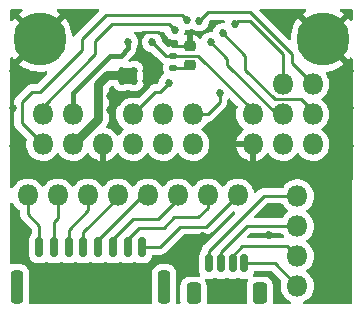
<source format=gbr>
%TF.GenerationSoftware,KiCad,Pcbnew,(6.0.0-0)*%
%TF.CreationDate,2023-03-06T19:24:07-05:00*%
%TF.ProjectId,module_dev3,6d6f6475-6c65-45f6-9465-76332e6b6963,rev?*%
%TF.SameCoordinates,Original*%
%TF.FileFunction,Copper,L1,Top*%
%TF.FilePolarity,Positive*%
%FSLAX46Y46*%
G04 Gerber Fmt 4.6, Leading zero omitted, Abs format (unit mm)*
G04 Created by KiCad (PCBNEW (6.0.0-0)) date 2023-03-06 19:24:07*
%MOMM*%
%LPD*%
G01*
G04 APERTURE LIST*
G04 Aperture macros list*
%AMRoundRect*
0 Rectangle with rounded corners*
0 $1 Rounding radius*
0 $2 $3 $4 $5 $6 $7 $8 $9 X,Y pos of 4 corners*
0 Add a 4 corners polygon primitive as box body*
4,1,4,$2,$3,$4,$5,$6,$7,$8,$9,$2,$3,0*
0 Add four circle primitives for the rounded corners*
1,1,$1+$1,$2,$3*
1,1,$1+$1,$4,$5*
1,1,$1+$1,$6,$7*
1,1,$1+$1,$8,$9*
0 Add four rect primitives between the rounded corners*
20,1,$1+$1,$2,$3,$4,$5,0*
20,1,$1+$1,$4,$5,$6,$7,0*
20,1,$1+$1,$6,$7,$8,$9,0*
20,1,$1+$1,$8,$9,$2,$3,0*%
G04 Aperture macros list end*
%TA.AperFunction,ComponentPad*%
%ADD10C,4.500000*%
%TD*%
%TA.AperFunction,ComponentPad*%
%ADD11O,1.800000X1.800000*%
%TD*%
%TA.AperFunction,SMDPad,CuDef*%
%ADD12RoundRect,0.150000X0.150000X0.625000X-0.150000X0.625000X-0.150000X-0.625000X0.150000X-0.625000X0*%
%TD*%
%TA.AperFunction,SMDPad,CuDef*%
%ADD13RoundRect,0.250000X0.350000X0.650000X-0.350000X0.650000X-0.350000X-0.650000X0.350000X-0.650000X0*%
%TD*%
%TA.AperFunction,SMDPad,CuDef*%
%ADD14RoundRect,0.150000X0.150000X0.700000X-0.150000X0.700000X-0.150000X-0.700000X0.150000X-0.700000X0*%
%TD*%
%TA.AperFunction,SMDPad,CuDef*%
%ADD15RoundRect,0.250000X0.250000X1.150000X-0.250000X1.150000X-0.250000X-1.150000X0.250000X-1.150000X0*%
%TD*%
%TA.AperFunction,SMDPad,CuDef*%
%ADD16RoundRect,0.135000X-0.185000X0.135000X-0.185000X-0.135000X0.185000X-0.135000X0.185000X0.135000X0*%
%TD*%
%TA.AperFunction,SMDPad,CuDef*%
%ADD17RoundRect,0.218750X-0.256250X0.218750X-0.256250X-0.218750X0.256250X-0.218750X0.256250X0.218750X0*%
%TD*%
%TA.AperFunction,ViaPad*%
%ADD18C,0.685800*%
%TD*%
%TA.AperFunction,Conductor*%
%ADD19C,0.254000*%
%TD*%
%TA.AperFunction,Conductor*%
%ADD20C,0.762000*%
%TD*%
%TA.AperFunction,Conductor*%
%ADD21C,0.508000*%
%TD*%
%TA.AperFunction,Conductor*%
%ADD22C,0.381000*%
%TD*%
G04 APERTURE END LIST*
D10*
%TO.P,H1,1*%
%TO.N,GND*%
X95000000Y-64000000D03*
%TD*%
%TO.P,H2,1*%
%TO.N,GND*%
X119000000Y-64000000D03*
%TD*%
D11*
%TO.P,J24,1*%
%TO.N,/12V*%
X97790000Y-72898000D03*
%TD*%
%TO.P,J25,1*%
%TO.N,GND*%
X100330000Y-72898000D03*
%TD*%
%TO.P,J27,1*%
%TO.N,/A1*%
X95250000Y-70358000D03*
%TD*%
%TO.P,J28,1*%
%TO.N,/~{RST}*%
X102870000Y-70358000D03*
%TD*%
%TO.P,J29,1*%
%TO.N,/5V*%
X97790000Y-70358000D03*
%TD*%
%TO.P,J32,1*%
%TO.N,/EN*%
X102870000Y-72898000D03*
%TD*%
%TO.P,J13,1*%
%TO.N,/SDA*%
X115570000Y-72898000D03*
%TD*%
%TO.P,J14,1*%
%TO.N,/3V3*%
X113030000Y-70358000D03*
%TD*%
%TO.P,J15,1*%
%TO.N,GND*%
X113030000Y-72898000D03*
%TD*%
%TO.P,J16,1*%
%TO.N,/SCK*%
X105410000Y-70358000D03*
%TD*%
%TO.P,J18,1*%
%TO.N,/MISO*%
X105410000Y-72898000D03*
%TD*%
%TO.P,J19,1*%
%TO.N,/MOSI*%
X107950000Y-72898000D03*
%TD*%
%TO.P,J17,1*%
%TO.N,/CS*%
X107950000Y-70358000D03*
%TD*%
%TO.P,J22,1*%
%TO.N,/RX*%
X118110000Y-70358000D03*
%TD*%
%TO.P,J31,1*%
%TO.N,/Status*%
X118110000Y-67818000D03*
%TD*%
%TO.P,J26,1*%
%TO.N,/A0*%
X95250000Y-72898000D03*
%TD*%
%TO.P,J21,1*%
%TO.N,/TX*%
X115570000Y-70358000D03*
%TD*%
%TO.P,J30,1*%
%TO.N,/BAT*%
X115570000Y-67818000D03*
%TD*%
%TO.P,J12,1*%
%TO.N,/SCL*%
X118110000Y-72898000D03*
%TD*%
%TO.P,J3,1*%
%TO.N,Net-(J3-Pad1)*%
X116800000Y-77280000D03*
%TO.P,J3,2*%
%TO.N,Net-(J3-Pad2)*%
X116800000Y-79820000D03*
%TO.P,J3,3*%
%TO.N,Net-(J3-Pad3)*%
X116800000Y-82360000D03*
%TO.P,J3,4*%
%TO.N,Net-(J3-Pad4)*%
X116800000Y-84900000D03*
%TD*%
%TO.P,J4,1*%
%TO.N,Net-(J4-Pad1)*%
X93980000Y-77216000D03*
%TO.P,J4,2*%
%TO.N,Net-(J4-Pad2)*%
X96520000Y-77216000D03*
%TO.P,J4,3*%
%TO.N,Net-(J4-Pad3)*%
X99060000Y-77216000D03*
%TO.P,J4,4*%
%TO.N,Net-(J4-Pad4)*%
X101600000Y-77216000D03*
%TO.P,J4,5*%
%TO.N,Net-(J4-Pad5)*%
X104140000Y-77216000D03*
%TO.P,J4,6*%
%TO.N,Net-(J4-Pad6)*%
X106680000Y-77216000D03*
%TO.P,J4,7*%
%TO.N,Net-(J4-Pad7)*%
X109220000Y-77216000D03*
%TO.P,J4,8*%
%TO.N,Net-(J4-Pad8)*%
X111760000Y-77216000D03*
%TD*%
D12*
%TO.P,J5,1*%
%TO.N,Net-(J3-Pad4)*%
X112320000Y-82995000D03*
%TO.P,J5,2*%
%TO.N,Net-(J3-Pad3)*%
X111320000Y-82995000D03*
%TO.P,J5,3*%
%TO.N,Net-(J3-Pad2)*%
X110320000Y-82995000D03*
%TO.P,J5,4*%
%TO.N,Net-(J3-Pad1)*%
X109320000Y-82995000D03*
D13*
%TO.P,J5,MP*%
%TO.N,N/C*%
X108020000Y-85520000D03*
X113620000Y-85520000D03*
%TD*%
D14*
%TO.P,J6,1*%
%TO.N,Net-(J4-Pad8)*%
X103689000Y-81616000D03*
%TO.P,J6,2*%
%TO.N,Net-(J4-Pad7)*%
X102439000Y-81616000D03*
%TO.P,J6,3*%
%TO.N,Net-(J4-Pad6)*%
X101189000Y-81616000D03*
%TO.P,J6,4*%
%TO.N,Net-(J4-Pad5)*%
X99939000Y-81616000D03*
%TO.P,J6,5*%
%TO.N,Net-(J4-Pad4)*%
X98689000Y-81616000D03*
%TO.P,J6,6*%
%TO.N,Net-(J4-Pad3)*%
X97439000Y-81616000D03*
%TO.P,J6,7*%
%TO.N,Net-(J4-Pad2)*%
X96189000Y-81616000D03*
%TO.P,J6,8*%
%TO.N,Net-(J4-Pad1)*%
X94939000Y-81616000D03*
D15*
%TO.P,J6,MP*%
%TO.N,N/C*%
X93089000Y-84966000D03*
X105539000Y-84966000D03*
%TD*%
D16*
%TO.P,R1,1*%
%TO.N,/3V3*%
X106299000Y-65403000D03*
%TO.P,R1,2*%
%TO.N,N/C*%
X106299000Y-66423000D03*
%TD*%
D17*
%TO.P,D1,1,K*%
%TO.N,GND*%
X107696000Y-64612500D03*
%TO.P,D1,2,A*%
%TO.N,N/C*%
X107696000Y-66187500D03*
%TD*%
D18*
%TO.N,GND*%
X110744000Y-71628000D03*
X110800000Y-85800000D03*
X100965000Y-68834000D03*
X92710000Y-73025000D03*
X115070000Y-84690000D03*
X108800000Y-80700000D03*
X121285000Y-69850000D03*
X110744000Y-72644000D03*
X92710000Y-66675000D03*
X102610000Y-84980000D03*
X100965000Y-69977000D03*
X104013000Y-67564000D03*
X101600000Y-69342000D03*
X121285000Y-66675000D03*
X104013000Y-65786000D03*
X121285000Y-73025000D03*
X92710000Y-69850000D03*
X114370000Y-78510000D03*
X95880000Y-85130000D03*
X114370000Y-80610000D03*
X107090000Y-81160000D03*
X104013000Y-66675000D03*
%TO.N,/12V*%
X102997000Y-67564000D03*
X101999500Y-66720000D03*
X101981000Y-67564000D03*
X103000000Y-66700000D03*
%TO.N,/3V3*%
X104521000Y-64262000D03*
%TO.N,/~{RST}*%
X105918000Y-67691000D03*
%TO.N,/CS*%
X110236000Y-68580000D03*
%TO.N,/5V*%
X102489000Y-64262000D03*
%TO.N,/TX*%
X109474000Y-64262000D03*
%TO.N,/RX*%
X110490000Y-63500000D03*
%TO.N,/Status*%
X108458000Y-62484000D03*
%TO.N,/A0*%
X107442000Y-62357000D03*
%TO.N,/A1*%
X106426000Y-63246000D03*
%TO.N,/BAT*%
X111506000Y-62738000D03*
%TD*%
D19*
%TO.N,*%
X107460500Y-66423000D02*
X107696000Y-66187500D01*
X106299000Y-66423000D02*
X107460500Y-66423000D01*
%TO.N,GND*%
X107569000Y-64617500D02*
X106273500Y-64617500D01*
X103759000Y-63373000D02*
X103505000Y-63627000D01*
X106273500Y-64617500D02*
X105029000Y-63373000D01*
X105029000Y-63373000D02*
X103759000Y-63373000D01*
D20*
%TO.N,/12V*%
X97790000Y-72898000D02*
X99949000Y-70739000D01*
D21*
X103000000Y-66700000D02*
X102845000Y-66700000D01*
X102489000Y-67056000D02*
X101981000Y-67564000D01*
X102997000Y-66703000D02*
X102997000Y-67564000D01*
X103000000Y-66700000D02*
X102980000Y-66720000D01*
D20*
X100711000Y-67056000D02*
X99949000Y-67818000D01*
D21*
X102997000Y-67564000D02*
X102843500Y-67564000D01*
X101999500Y-66720000D02*
X101999500Y-67545500D01*
D20*
X99949000Y-67818000D02*
X99949000Y-70739000D01*
D21*
X102843500Y-67564000D02*
X101999500Y-66720000D01*
D20*
X102489000Y-67056000D02*
X100711000Y-67056000D01*
D21*
X102845000Y-66700000D02*
X102489000Y-67056000D01*
X101999500Y-67545500D02*
X101981000Y-67564000D01*
X103000000Y-66700000D02*
X102997000Y-66703000D01*
X102980000Y-66720000D02*
X101999500Y-66720000D01*
X102997000Y-67564000D02*
X101981000Y-67564000D01*
D19*
%TO.N,/3V3*%
X113030000Y-70030000D02*
X113030000Y-70358000D01*
X108405000Y-65405000D02*
X113030000Y-70030000D01*
X105664000Y-65405000D02*
X108405000Y-65405000D01*
X104521000Y-64262000D02*
X105664000Y-65405000D01*
%TO.N,/~{RST}*%
X104775000Y-68453000D02*
X105156000Y-68453000D01*
X105156000Y-68453000D02*
X105918000Y-67691000D01*
X102870000Y-70358000D02*
X104775000Y-68453000D01*
%TO.N,/CS*%
X109220000Y-70358000D02*
X107950000Y-70358000D01*
X110236000Y-68580000D02*
X110236000Y-69342000D01*
X110236000Y-69342000D02*
X109220000Y-70358000D01*
D22*
%TO.N,/5V*%
X97790000Y-68580000D02*
X100965000Y-65405000D01*
X102489000Y-64262000D02*
X102489000Y-64770000D01*
X97790000Y-70358000D02*
X97790000Y-68580000D01*
X102489000Y-64770000D02*
X101854000Y-65405000D01*
X101854000Y-65405000D02*
X100965000Y-65405000D01*
D19*
%TO.N,/TX*%
X115570000Y-70358000D02*
X115062000Y-70358000D01*
X115062000Y-70358000D02*
X110871000Y-66167000D01*
X110871000Y-66167000D02*
X110871000Y-65659000D01*
X110871000Y-65659000D02*
X109474000Y-64262000D01*
%TO.N,/RX*%
X112395000Y-66582920D02*
X112395000Y-65405000D01*
X116955999Y-69088000D02*
X116967000Y-69088000D01*
X114900080Y-69088000D02*
X112395000Y-66582920D01*
X116955999Y-69088000D02*
X114900080Y-69088000D01*
X117094000Y-69088000D02*
X118110000Y-70104000D01*
X116955999Y-69088000D02*
X117094000Y-69088000D01*
X112395000Y-65405000D02*
X110490000Y-63500000D01*
X118110000Y-70104000D02*
X118110000Y-70358000D01*
%TO.N,/Status*%
X109220000Y-61722000D02*
X112776000Y-61722000D01*
X108458000Y-62484000D02*
X109220000Y-61722000D01*
X116332000Y-66040000D02*
X118110000Y-67818000D01*
X112776000Y-61722000D02*
X116332000Y-65278000D01*
X116332000Y-65278000D02*
X116332000Y-66040000D01*
%TO.N,/A0*%
X107061000Y-61976000D02*
X100584000Y-61976000D01*
X93472000Y-69342000D02*
X93472000Y-71120000D01*
X94996000Y-68453000D02*
X94361000Y-68453000D01*
X93472000Y-71120000D02*
X95250000Y-72898000D01*
X98552000Y-64008000D02*
X98552000Y-64897000D01*
X100584000Y-61976000D02*
X98552000Y-64008000D01*
X98552000Y-64897000D02*
X94996000Y-68453000D01*
X107442000Y-62357000D02*
X107061000Y-61976000D01*
X94361000Y-68453000D02*
X93472000Y-69342000D01*
%TO.N,/A1*%
X105918000Y-62738000D02*
X101092000Y-62738000D01*
X95250000Y-69723000D02*
X95250000Y-70358000D01*
X101092000Y-62738000D02*
X99695000Y-64135000D01*
X99695000Y-65278000D02*
X95250000Y-69723000D01*
X99695000Y-64135000D02*
X99695000Y-65278000D01*
X106426000Y-63246000D02*
X105918000Y-62738000D01*
%TO.N,/BAT*%
X111506000Y-62738000D02*
X111760000Y-62484000D01*
X115570000Y-67818000D02*
X115570000Y-65278000D01*
X111760000Y-62484000D02*
X112776000Y-62484000D01*
X115570000Y-65278000D02*
X112776000Y-62484000D01*
%TO.N,Net-(J3-Pad1)*%
X109320000Y-82995000D02*
X109320000Y-81910000D01*
X113950000Y-77280000D02*
X116800000Y-77280000D01*
X109320000Y-81910000D02*
X113950000Y-77280000D01*
%TO.N,Net-(J3-Pad2)*%
X112510000Y-79820000D02*
X116800000Y-79820000D01*
X110320000Y-82995000D02*
X110320000Y-82010000D01*
X110320000Y-82010000D02*
X112510000Y-79820000D01*
%TO.N,Net-(J3-Pad3)*%
X111320000Y-82995000D02*
X111320000Y-82350000D01*
X115950000Y-81510000D02*
X116800000Y-82360000D01*
X112160000Y-81510000D02*
X115950000Y-81510000D01*
X111320000Y-82350000D02*
X112160000Y-81510000D01*
%TO.N,Net-(J3-Pad4)*%
X114895000Y-82995000D02*
X114755000Y-82995000D01*
X116800000Y-84900000D02*
X114895000Y-82995000D01*
X112320000Y-82995000D02*
X114755000Y-82995000D01*
%TO.N,Net-(J4-Pad8)*%
X109076000Y-79900000D02*
X106900000Y-79900000D01*
X111760000Y-77216000D02*
X109076000Y-79900000D01*
X106900000Y-79900000D02*
X105184000Y-81616000D01*
X105184000Y-81616000D02*
X103689000Y-81616000D01*
%TO.N,Net-(J4-Pad7)*%
X102439000Y-80961000D02*
X102439000Y-81616000D01*
X105500000Y-80000000D02*
X103400000Y-80000000D01*
X108400000Y-79100000D02*
X106400000Y-79100000D01*
X109220000Y-77216000D02*
X109220000Y-78280000D01*
X103400000Y-80000000D02*
X102439000Y-80961000D01*
X106400000Y-79100000D02*
X105500000Y-80000000D01*
X109220000Y-78280000D02*
X108400000Y-79100000D01*
%TO.N,Net-(J4-Pad6)*%
X106680000Y-77216000D02*
X106680000Y-77520000D01*
X102900000Y-79200000D02*
X101189000Y-80911000D01*
X101189000Y-80911000D02*
X101189000Y-81616000D01*
X105000000Y-79200000D02*
X102900000Y-79200000D01*
X106680000Y-77520000D02*
X105000000Y-79200000D01*
%TO.N,Net-(J4-Pad1)*%
X94939000Y-79799000D02*
X94939000Y-81616000D01*
X93980000Y-77216000D02*
X93980000Y-78840000D01*
X93980000Y-78840000D02*
X94939000Y-79799000D01*
%TO.N,Net-(J4-Pad2)*%
X96189000Y-81616000D02*
X96189000Y-79511000D01*
X96520000Y-79180000D02*
X96520000Y-77216000D01*
X96189000Y-79511000D02*
X96520000Y-79180000D01*
%TO.N,Net-(J4-Pad3)*%
X99060000Y-77216000D02*
X99060000Y-78500000D01*
X99060000Y-78500000D02*
X97439000Y-80121000D01*
X97439000Y-80121000D02*
X97439000Y-81616000D01*
%TO.N,Net-(J4-Pad4)*%
X101600000Y-77460000D02*
X98689000Y-80371000D01*
X98689000Y-80371000D02*
X98689000Y-81616000D01*
X101600000Y-77216000D02*
X101600000Y-77460000D01*
%TO.N,Net-(J4-Pad5)*%
X103754000Y-77216000D02*
X99939000Y-81031000D01*
X99939000Y-81031000D02*
X99939000Y-81616000D01*
X104140000Y-77216000D02*
X103754000Y-77216000D01*
%TD*%
%TA.AperFunction,Conductor*%
%TO.N,GND*%
G36*
X114647699Y-83650502D02*
G01*
X114668673Y-83667405D01*
X115408540Y-84407272D01*
X115442566Y-84469584D01*
X115440862Y-84530039D01*
X115436421Y-84546054D01*
X115411707Y-84635169D01*
X115387095Y-84865469D01*
X115387392Y-84870622D01*
X115387392Y-84870625D01*
X115393067Y-84969041D01*
X115400427Y-85096697D01*
X115401564Y-85101743D01*
X115401565Y-85101749D01*
X115433741Y-85244523D01*
X115451346Y-85322642D01*
X115453288Y-85327424D01*
X115453289Y-85327428D01*
X115536540Y-85532450D01*
X115538484Y-85537237D01*
X115659501Y-85734719D01*
X115811147Y-85909784D01*
X115989349Y-86057730D01*
X116189322Y-86174584D01*
X116194147Y-86176426D01*
X116194148Y-86176427D01*
X116219977Y-86186290D01*
X116276480Y-86229277D01*
X116300773Y-86295989D01*
X116285143Y-86365243D01*
X116234552Y-86415054D01*
X116175028Y-86430000D01*
X114846594Y-86430000D01*
X114778473Y-86409998D01*
X114731980Y-86356342D01*
X114721250Y-86291157D01*
X114728500Y-86220400D01*
X114728500Y-84819600D01*
X114717526Y-84713834D01*
X114704343Y-84674318D01*
X114663868Y-84553002D01*
X114661550Y-84546054D01*
X114568478Y-84395652D01*
X114443303Y-84270695D01*
X114380741Y-84232131D01*
X114298968Y-84181725D01*
X114298966Y-84181724D01*
X114292738Y-84177885D01*
X114132254Y-84124655D01*
X114131389Y-84124368D01*
X114131387Y-84124368D01*
X114124861Y-84122203D01*
X114118025Y-84121503D01*
X114118022Y-84121502D01*
X114074969Y-84117091D01*
X114020400Y-84111500D01*
X113219600Y-84111500D01*
X113175144Y-84116113D01*
X113105325Y-84103249D01*
X113053542Y-84054678D01*
X113036239Y-83985823D01*
X113053686Y-83926649D01*
X113079145Y-83883601D01*
X113112493Y-83768817D01*
X113125562Y-83723831D01*
X113127783Y-83724476D01*
X113154990Y-83670432D01*
X113216130Y-83634343D01*
X113247013Y-83630500D01*
X114579578Y-83630500D01*
X114647699Y-83650502D01*
G37*
%TD.AperFunction*%
%TA.AperFunction,Conductor*%
G36*
X92711512Y-77853138D02*
G01*
X92736433Y-77882527D01*
X92839501Y-78050719D01*
X92991147Y-78225784D01*
X93169349Y-78373730D01*
X93260490Y-78426988D01*
X93282070Y-78439598D01*
X93330794Y-78491236D01*
X93344500Y-78548386D01*
X93344500Y-78760980D01*
X93343970Y-78772214D01*
X93342292Y-78779719D01*
X93342541Y-78787638D01*
X93344438Y-78848012D01*
X93344500Y-78851969D01*
X93344500Y-78879983D01*
X93344996Y-78883908D01*
X93344996Y-78883909D01*
X93345008Y-78884004D01*
X93345941Y-78895849D01*
X93347335Y-78940205D01*
X93349547Y-78947817D01*
X93353013Y-78959748D01*
X93357023Y-78979112D01*
X93359573Y-78999299D01*
X93362489Y-79006663D01*
X93362490Y-79006668D01*
X93375907Y-79040556D01*
X93379752Y-79051785D01*
X93392131Y-79094393D01*
X93396169Y-79101220D01*
X93396170Y-79101223D01*
X93402488Y-79111906D01*
X93411188Y-79129664D01*
X93415761Y-79141215D01*
X93415765Y-79141221D01*
X93418681Y-79148588D01*
X93423339Y-79154999D01*
X93423340Y-79155001D01*
X93444764Y-79184488D01*
X93451281Y-79194410D01*
X93469826Y-79225768D01*
X93469829Y-79225772D01*
X93473866Y-79232598D01*
X93488250Y-79246982D01*
X93501091Y-79262016D01*
X93513058Y-79278487D01*
X93544518Y-79304513D01*
X93547250Y-79306773D01*
X93556031Y-79314763D01*
X94266596Y-80025329D01*
X94300621Y-80087641D01*
X94303500Y-80114424D01*
X94303500Y-80418050D01*
X94283498Y-80486171D01*
X94274702Y-80497085D01*
X94275011Y-80497325D01*
X94270155Y-80503585D01*
X94264547Y-80509193D01*
X94260511Y-80516017D01*
X94260509Y-80516020D01*
X94239162Y-80552116D01*
X94179855Y-80652399D01*
X94177644Y-80660010D01*
X94177643Y-80660012D01*
X94163365Y-80709158D01*
X94133438Y-80812169D01*
X94132934Y-80818574D01*
X94132933Y-80818579D01*
X94130693Y-80847042D01*
X94130500Y-80849498D01*
X94130500Y-82382502D01*
X94130693Y-82384950D01*
X94130693Y-82384958D01*
X94131449Y-82394555D01*
X94133438Y-82419831D01*
X94179855Y-82579601D01*
X94183892Y-82586427D01*
X94260509Y-82715980D01*
X94260511Y-82715983D01*
X94264547Y-82722807D01*
X94382193Y-82840453D01*
X94389017Y-82844489D01*
X94389020Y-82844491D01*
X94496589Y-82908107D01*
X94525399Y-82925145D01*
X94533010Y-82927356D01*
X94533012Y-82927357D01*
X94585231Y-82942528D01*
X94685169Y-82971562D01*
X94691574Y-82972066D01*
X94691579Y-82972067D01*
X94720042Y-82974307D01*
X94720050Y-82974307D01*
X94722498Y-82974500D01*
X95155502Y-82974500D01*
X95157950Y-82974307D01*
X95157958Y-82974307D01*
X95186421Y-82972067D01*
X95186426Y-82972066D01*
X95192831Y-82971562D01*
X95292769Y-82942528D01*
X95344988Y-82927357D01*
X95344990Y-82927356D01*
X95352601Y-82925145D01*
X95495807Y-82840453D01*
X95496864Y-82842241D01*
X95552851Y-82820255D01*
X95622475Y-82834151D01*
X95632034Y-82840294D01*
X95632193Y-82840453D01*
X95775399Y-82925145D01*
X95783010Y-82927356D01*
X95783012Y-82927357D01*
X95835231Y-82942528D01*
X95935169Y-82971562D01*
X95941574Y-82972066D01*
X95941579Y-82972067D01*
X95970042Y-82974307D01*
X95970050Y-82974307D01*
X95972498Y-82974500D01*
X96405502Y-82974500D01*
X96407950Y-82974307D01*
X96407958Y-82974307D01*
X96436421Y-82972067D01*
X96436426Y-82972066D01*
X96442831Y-82971562D01*
X96542769Y-82942528D01*
X96594988Y-82927357D01*
X96594990Y-82927356D01*
X96602601Y-82925145D01*
X96745807Y-82840453D01*
X96746864Y-82842241D01*
X96802851Y-82820255D01*
X96872475Y-82834151D01*
X96882034Y-82840294D01*
X96882193Y-82840453D01*
X97025399Y-82925145D01*
X97033010Y-82927356D01*
X97033012Y-82927357D01*
X97085231Y-82942528D01*
X97185169Y-82971562D01*
X97191574Y-82972066D01*
X97191579Y-82972067D01*
X97220042Y-82974307D01*
X97220050Y-82974307D01*
X97222498Y-82974500D01*
X97655502Y-82974500D01*
X97657950Y-82974307D01*
X97657958Y-82974307D01*
X97686421Y-82972067D01*
X97686426Y-82972066D01*
X97692831Y-82971562D01*
X97792769Y-82942528D01*
X97844988Y-82927357D01*
X97844990Y-82927356D01*
X97852601Y-82925145D01*
X97995807Y-82840453D01*
X97996864Y-82842241D01*
X98052851Y-82820255D01*
X98122475Y-82834151D01*
X98132034Y-82840294D01*
X98132193Y-82840453D01*
X98275399Y-82925145D01*
X98283010Y-82927356D01*
X98283012Y-82927357D01*
X98335231Y-82942528D01*
X98435169Y-82971562D01*
X98441574Y-82972066D01*
X98441579Y-82972067D01*
X98470042Y-82974307D01*
X98470050Y-82974307D01*
X98472498Y-82974500D01*
X98905502Y-82974500D01*
X98907950Y-82974307D01*
X98907958Y-82974307D01*
X98936421Y-82972067D01*
X98936426Y-82972066D01*
X98942831Y-82971562D01*
X99042769Y-82942528D01*
X99094988Y-82927357D01*
X99094990Y-82927356D01*
X99102601Y-82925145D01*
X99245807Y-82840453D01*
X99246864Y-82842241D01*
X99302851Y-82820255D01*
X99372475Y-82834151D01*
X99382034Y-82840294D01*
X99382193Y-82840453D01*
X99525399Y-82925145D01*
X99533010Y-82927356D01*
X99533012Y-82927357D01*
X99585231Y-82942528D01*
X99685169Y-82971562D01*
X99691574Y-82972066D01*
X99691579Y-82972067D01*
X99720042Y-82974307D01*
X99720050Y-82974307D01*
X99722498Y-82974500D01*
X100155502Y-82974500D01*
X100157950Y-82974307D01*
X100157958Y-82974307D01*
X100186421Y-82972067D01*
X100186426Y-82972066D01*
X100192831Y-82971562D01*
X100292769Y-82942528D01*
X100344988Y-82927357D01*
X100344990Y-82927356D01*
X100352601Y-82925145D01*
X100495807Y-82840453D01*
X100496864Y-82842241D01*
X100552851Y-82820255D01*
X100622475Y-82834151D01*
X100632034Y-82840294D01*
X100632193Y-82840453D01*
X100775399Y-82925145D01*
X100783010Y-82927356D01*
X100783012Y-82927357D01*
X100835231Y-82942528D01*
X100935169Y-82971562D01*
X100941574Y-82972066D01*
X100941579Y-82972067D01*
X100970042Y-82974307D01*
X100970050Y-82974307D01*
X100972498Y-82974500D01*
X101405502Y-82974500D01*
X101407950Y-82974307D01*
X101407958Y-82974307D01*
X101436421Y-82972067D01*
X101436426Y-82972066D01*
X101442831Y-82971562D01*
X101542769Y-82942528D01*
X101594988Y-82927357D01*
X101594990Y-82927356D01*
X101602601Y-82925145D01*
X101745807Y-82840453D01*
X101746864Y-82842241D01*
X101802851Y-82820255D01*
X101872475Y-82834151D01*
X101882034Y-82840294D01*
X101882193Y-82840453D01*
X102025399Y-82925145D01*
X102033010Y-82927356D01*
X102033012Y-82927357D01*
X102085231Y-82942528D01*
X102185169Y-82971562D01*
X102191574Y-82972066D01*
X102191579Y-82972067D01*
X102220042Y-82974307D01*
X102220050Y-82974307D01*
X102222498Y-82974500D01*
X102655502Y-82974500D01*
X102657950Y-82974307D01*
X102657958Y-82974307D01*
X102686421Y-82972067D01*
X102686426Y-82972066D01*
X102692831Y-82971562D01*
X102792769Y-82942528D01*
X102844988Y-82927357D01*
X102844990Y-82927356D01*
X102852601Y-82925145D01*
X102995807Y-82840453D01*
X102996864Y-82842241D01*
X103052851Y-82820255D01*
X103122475Y-82834151D01*
X103132034Y-82840294D01*
X103132193Y-82840453D01*
X103275399Y-82925145D01*
X103283010Y-82927356D01*
X103283012Y-82927357D01*
X103335231Y-82942528D01*
X103435169Y-82971562D01*
X103441574Y-82972066D01*
X103441579Y-82972067D01*
X103470042Y-82974307D01*
X103470050Y-82974307D01*
X103472498Y-82974500D01*
X103905502Y-82974500D01*
X103907950Y-82974307D01*
X103907958Y-82974307D01*
X103936421Y-82972067D01*
X103936426Y-82972066D01*
X103942831Y-82971562D01*
X104042769Y-82942528D01*
X104094988Y-82927357D01*
X104094990Y-82927356D01*
X104102601Y-82925145D01*
X104131411Y-82908107D01*
X104238980Y-82844491D01*
X104238983Y-82844489D01*
X104245807Y-82840453D01*
X104363453Y-82722807D01*
X104367489Y-82715983D01*
X104367491Y-82715980D01*
X104444108Y-82586427D01*
X104448145Y-82579601D01*
X104494562Y-82419831D01*
X104496552Y-82394555D01*
X104497307Y-82384958D01*
X104497307Y-82384950D01*
X104497500Y-82382502D01*
X104497500Y-82377500D01*
X104517502Y-82309379D01*
X104571158Y-82262886D01*
X104623500Y-82251500D01*
X105104980Y-82251500D01*
X105116214Y-82252030D01*
X105123719Y-82253708D01*
X105192012Y-82251562D01*
X105195969Y-82251500D01*
X105223983Y-82251500D01*
X105227908Y-82251004D01*
X105227909Y-82251004D01*
X105228004Y-82250992D01*
X105239849Y-82250059D01*
X105269670Y-82249122D01*
X105276282Y-82248914D01*
X105276283Y-82248914D01*
X105284205Y-82248665D01*
X105303749Y-82242987D01*
X105323112Y-82238977D01*
X105335440Y-82237420D01*
X105335442Y-82237420D01*
X105343299Y-82236427D01*
X105350663Y-82233511D01*
X105350668Y-82233510D01*
X105384556Y-82220093D01*
X105395785Y-82216248D01*
X105412465Y-82211402D01*
X105438393Y-82203869D01*
X105445220Y-82199831D01*
X105445223Y-82199830D01*
X105455906Y-82193512D01*
X105473664Y-82184812D01*
X105485215Y-82180239D01*
X105485221Y-82180235D01*
X105492588Y-82177319D01*
X105528491Y-82151234D01*
X105538410Y-82144719D01*
X105569768Y-82126174D01*
X105569772Y-82126171D01*
X105576598Y-82122134D01*
X105590982Y-82107750D01*
X105606016Y-82094909D01*
X105616073Y-82087602D01*
X105622487Y-82082942D01*
X105650778Y-82048744D01*
X105658767Y-82039965D01*
X107126327Y-80572405D01*
X107188639Y-80538379D01*
X107215422Y-80535500D01*
X108996980Y-80535500D01*
X109008214Y-80536030D01*
X109015719Y-80537708D01*
X109084012Y-80535562D01*
X109087969Y-80535500D01*
X109115983Y-80535500D01*
X109119908Y-80535004D01*
X109119909Y-80535004D01*
X109120004Y-80534992D01*
X109131849Y-80534059D01*
X109161670Y-80533122D01*
X109168282Y-80532914D01*
X109168283Y-80532914D01*
X109176205Y-80532665D01*
X109195749Y-80526987D01*
X109215112Y-80522977D01*
X109227440Y-80521420D01*
X109227442Y-80521420D01*
X109235299Y-80520427D01*
X109242663Y-80517511D01*
X109242668Y-80517510D01*
X109276556Y-80504093D01*
X109287785Y-80500248D01*
X109304465Y-80495402D01*
X109330393Y-80487869D01*
X109337220Y-80483831D01*
X109337223Y-80483830D01*
X109347906Y-80477512D01*
X109365664Y-80468812D01*
X109377215Y-80464239D01*
X109377221Y-80464235D01*
X109384588Y-80461319D01*
X109392598Y-80455500D01*
X109420488Y-80435236D01*
X109430410Y-80428719D01*
X109461768Y-80410174D01*
X109461772Y-80410171D01*
X109468598Y-80406134D01*
X109482982Y-80391750D01*
X109498016Y-80378909D01*
X109508073Y-80371602D01*
X109514487Y-80366942D01*
X109542778Y-80332744D01*
X109550767Y-80323965D01*
X111264498Y-78610234D01*
X111326810Y-78576208D01*
X111378713Y-78575859D01*
X111461936Y-78592791D01*
X111524702Y-78625972D01*
X111559564Y-78687820D01*
X111555455Y-78758697D01*
X111525911Y-78805356D01*
X108926517Y-81404750D01*
X108918191Y-81412326D01*
X108911697Y-81416447D01*
X108906274Y-81422222D01*
X108864915Y-81466265D01*
X108862160Y-81469107D01*
X108842361Y-81488906D01*
X108839937Y-81492031D01*
X108839929Y-81492040D01*
X108839863Y-81492126D01*
X108832155Y-81501151D01*
X108801783Y-81533494D01*
X108797965Y-81540438D01*
X108797964Y-81540440D01*
X108791978Y-81551329D01*
X108781127Y-81567847D01*
X108768650Y-81583933D01*
X108751024Y-81624666D01*
X108745807Y-81635314D01*
X108724431Y-81674197D01*
X108722460Y-81681872D01*
X108722458Y-81681878D01*
X108719369Y-81693911D01*
X108712966Y-81712613D01*
X108704883Y-81731292D01*
X108703644Y-81739117D01*
X108697940Y-81775127D01*
X108695535Y-81786740D01*
X108684500Y-81829718D01*
X108684500Y-81850065D01*
X108682949Y-81869776D01*
X108679765Y-81889879D01*
X108677558Y-81889529D01*
X108654699Y-81953015D01*
X108651152Y-81957588D01*
X108645547Y-81963193D01*
X108560855Y-82106399D01*
X108558644Y-82114010D01*
X108558643Y-82114012D01*
X108547829Y-82151236D01*
X108514438Y-82266169D01*
X108513934Y-82272574D01*
X108513933Y-82272579D01*
X108511693Y-82301042D01*
X108511500Y-82303498D01*
X108511500Y-83686502D01*
X108514438Y-83723831D01*
X108560855Y-83883601D01*
X108564891Y-83890425D01*
X108586276Y-83926586D01*
X108603735Y-83995402D01*
X108581217Y-84062734D01*
X108525872Y-84107202D01*
X108464980Y-84116068D01*
X108420400Y-84111500D01*
X107619600Y-84111500D01*
X107616354Y-84111837D01*
X107616350Y-84111837D01*
X107520692Y-84121762D01*
X107520688Y-84121763D01*
X107513834Y-84122474D01*
X107507298Y-84124655D01*
X107507296Y-84124655D01*
X107447955Y-84144453D01*
X107346054Y-84178450D01*
X107195652Y-84271522D01*
X107070695Y-84396697D01*
X107066855Y-84402927D01*
X107066854Y-84402928D01*
X107025767Y-84469584D01*
X106977885Y-84547262D01*
X106922203Y-84715139D01*
X106911500Y-84819600D01*
X106911500Y-86220400D01*
X106911837Y-86223646D01*
X106911837Y-86223650D01*
X106918825Y-86290996D01*
X106905960Y-86360817D01*
X106857390Y-86412600D01*
X106793498Y-86430000D01*
X106657790Y-86430000D01*
X106589669Y-86409998D01*
X106543176Y-86356342D01*
X106533072Y-86286068D01*
X106534589Y-86277589D01*
X106534632Y-86277388D01*
X106536797Y-86270861D01*
X106547500Y-86166400D01*
X106547500Y-83765600D01*
X106543166Y-83723831D01*
X106537238Y-83666692D01*
X106537237Y-83666688D01*
X106536526Y-83659834D01*
X106526740Y-83630500D01*
X106482868Y-83499002D01*
X106480550Y-83492054D01*
X106387478Y-83341652D01*
X106262303Y-83216695D01*
X106256072Y-83212854D01*
X106117968Y-83127725D01*
X106117966Y-83127724D01*
X106111738Y-83123885D01*
X105989311Y-83083278D01*
X105950389Y-83070368D01*
X105950387Y-83070368D01*
X105943861Y-83068203D01*
X105937025Y-83067503D01*
X105937022Y-83067502D01*
X105893969Y-83063091D01*
X105839400Y-83057500D01*
X105238600Y-83057500D01*
X105235354Y-83057837D01*
X105235350Y-83057837D01*
X105139692Y-83067762D01*
X105139688Y-83067763D01*
X105132834Y-83068474D01*
X105126298Y-83070655D01*
X105126296Y-83070655D01*
X104994194Y-83114728D01*
X104965054Y-83124450D01*
X104814652Y-83217522D01*
X104689695Y-83342697D01*
X104596885Y-83493262D01*
X104541203Y-83661139D01*
X104540503Y-83667975D01*
X104540502Y-83667978D01*
X104540251Y-83670432D01*
X104530500Y-83765600D01*
X104530500Y-86166400D01*
X104530837Y-86169646D01*
X104530837Y-86169650D01*
X104540629Y-86264020D01*
X104541474Y-86272166D01*
X104543346Y-86277778D01*
X104538204Y-86348207D01*
X104495573Y-86404980D01*
X104429016Y-86429692D01*
X104420214Y-86430000D01*
X94207790Y-86430000D01*
X94139669Y-86409998D01*
X94093176Y-86356342D01*
X94083072Y-86286068D01*
X94084589Y-86277589D01*
X94084632Y-86277388D01*
X94086797Y-86270861D01*
X94097500Y-86166400D01*
X94097500Y-83765600D01*
X94093166Y-83723831D01*
X94087238Y-83666692D01*
X94087237Y-83666688D01*
X94086526Y-83659834D01*
X94076740Y-83630500D01*
X94032868Y-83499002D01*
X94030550Y-83492054D01*
X93937478Y-83341652D01*
X93812303Y-83216695D01*
X93806072Y-83212854D01*
X93667968Y-83127725D01*
X93667966Y-83127724D01*
X93661738Y-83123885D01*
X93539311Y-83083278D01*
X93500389Y-83070368D01*
X93500387Y-83070368D01*
X93493861Y-83068203D01*
X93487025Y-83067503D01*
X93487022Y-83067502D01*
X93443969Y-83063091D01*
X93389400Y-83057500D01*
X92788600Y-83057500D01*
X92785354Y-83057837D01*
X92785350Y-83057837D01*
X92689692Y-83067762D01*
X92689688Y-83067763D01*
X92682834Y-83068474D01*
X92676293Y-83070656D01*
X92676294Y-83070656D01*
X92668878Y-83073130D01*
X92597929Y-83075716D01*
X92536844Y-83039533D01*
X92505018Y-82976069D01*
X92503000Y-82953607D01*
X92503000Y-77948362D01*
X92523002Y-77880241D01*
X92576658Y-77833748D01*
X92646932Y-77823644D01*
X92711512Y-77853138D01*
G37*
%TD.AperFunction*%
%TA.AperFunction,Conductor*%
G36*
X111884137Y-84215980D02*
G01*
X111899574Y-84225109D01*
X111906399Y-84229145D01*
X111914010Y-84231356D01*
X111914012Y-84231357D01*
X111966231Y-84246528D01*
X112066169Y-84275562D01*
X112072574Y-84276066D01*
X112072579Y-84276067D01*
X112101042Y-84278307D01*
X112101050Y-84278307D01*
X112103498Y-84278500D01*
X112517870Y-84278500D01*
X112585991Y-84298502D01*
X112632484Y-84352158D01*
X112642588Y-84422432D01*
X112625130Y-84470616D01*
X112577885Y-84547262D01*
X112522203Y-84715139D01*
X112511500Y-84819600D01*
X112511500Y-86220400D01*
X112511837Y-86223646D01*
X112511837Y-86223650D01*
X112518825Y-86290996D01*
X112505960Y-86360817D01*
X112457390Y-86412600D01*
X112393498Y-86430000D01*
X109246594Y-86430000D01*
X109178473Y-86409998D01*
X109131980Y-86356342D01*
X109121250Y-86291157D01*
X109128500Y-86220400D01*
X109128500Y-84819600D01*
X109117526Y-84713834D01*
X109104343Y-84674318D01*
X109063868Y-84553002D01*
X109061550Y-84546054D01*
X109014983Y-84470803D01*
X108996145Y-84402351D01*
X109017306Y-84334582D01*
X109071747Y-84289010D01*
X109122127Y-84278500D01*
X109536502Y-84278500D01*
X109538950Y-84278307D01*
X109538958Y-84278307D01*
X109567421Y-84276067D01*
X109567426Y-84276066D01*
X109573831Y-84275562D01*
X109673769Y-84246528D01*
X109725988Y-84231357D01*
X109725990Y-84231356D01*
X109733601Y-84229145D01*
X109740426Y-84225109D01*
X109755863Y-84215980D01*
X109824679Y-84198522D01*
X109884137Y-84215980D01*
X109899574Y-84225109D01*
X109906399Y-84229145D01*
X109914010Y-84231356D01*
X109914012Y-84231357D01*
X109966231Y-84246528D01*
X110066169Y-84275562D01*
X110072574Y-84276066D01*
X110072579Y-84276067D01*
X110101042Y-84278307D01*
X110101050Y-84278307D01*
X110103498Y-84278500D01*
X110536502Y-84278500D01*
X110538950Y-84278307D01*
X110538958Y-84278307D01*
X110567421Y-84276067D01*
X110567426Y-84276066D01*
X110573831Y-84275562D01*
X110673769Y-84246528D01*
X110725988Y-84231357D01*
X110725990Y-84231356D01*
X110733601Y-84229145D01*
X110740426Y-84225109D01*
X110755863Y-84215980D01*
X110824679Y-84198522D01*
X110884137Y-84215980D01*
X110899574Y-84225109D01*
X110906399Y-84229145D01*
X110914010Y-84231356D01*
X110914012Y-84231357D01*
X110966231Y-84246528D01*
X111066169Y-84275562D01*
X111072574Y-84276066D01*
X111072579Y-84276067D01*
X111101042Y-84278307D01*
X111101050Y-84278307D01*
X111103498Y-84278500D01*
X111536502Y-84278500D01*
X111538950Y-84278307D01*
X111538958Y-84278307D01*
X111567421Y-84276067D01*
X111567426Y-84276066D01*
X111573831Y-84275562D01*
X111673769Y-84246528D01*
X111725988Y-84231357D01*
X111725990Y-84231356D01*
X111733601Y-84229145D01*
X111740426Y-84225109D01*
X111755863Y-84215980D01*
X111824679Y-84198522D01*
X111884137Y-84215980D01*
G37*
%TD.AperFunction*%
%TA.AperFunction,Conductor*%
G36*
X93508556Y-61466002D02*
G01*
X93555049Y-61519658D01*
X93565153Y-61589932D01*
X93535659Y-61654512D01*
X93504858Y-61680285D01*
X93450196Y-61712805D01*
X93443945Y-61717053D01*
X93250733Y-61866115D01*
X93242267Y-61877773D01*
X93248871Y-61889661D01*
X94987188Y-63627978D01*
X95001132Y-63635592D01*
X95002965Y-63635461D01*
X95009580Y-63631210D01*
X96750162Y-61890628D01*
X96757174Y-61877787D01*
X96749379Y-61867098D01*
X96579886Y-61733481D01*
X96573663Y-61729156D01*
X96492326Y-61679605D01*
X96444557Y-61627082D01*
X96432767Y-61557071D01*
X96460699Y-61491800D01*
X96519485Y-61451992D01*
X96557879Y-61446000D01*
X99911078Y-61446000D01*
X99979199Y-61466002D01*
X100025692Y-61519658D01*
X100035796Y-61589932D01*
X100006302Y-61654512D01*
X100000174Y-61661094D01*
X99049973Y-62611294D01*
X98158517Y-63502750D01*
X98150191Y-63510326D01*
X98143697Y-63514447D01*
X98138274Y-63520222D01*
X98096915Y-63564265D01*
X98094160Y-63567107D01*
X98074361Y-63586906D01*
X98071937Y-63590031D01*
X98071929Y-63590040D01*
X98071863Y-63590126D01*
X98064155Y-63599151D01*
X98033783Y-63631494D01*
X98029965Y-63638438D01*
X98029964Y-63638440D01*
X98023978Y-63649329D01*
X98013127Y-63665847D01*
X98000650Y-63681933D01*
X97997500Y-63689213D01*
X97984908Y-63718311D01*
X97939497Y-63772886D01*
X97871790Y-63794246D01*
X97803283Y-63775610D01*
X97755727Y-63722894D01*
X97743499Y-63675853D01*
X97743257Y-63671835D01*
X97742349Y-63664333D01*
X97683967Y-63344663D01*
X97682154Y-63337284D01*
X97585797Y-63026966D01*
X97583116Y-63019869D01*
X97450172Y-62723363D01*
X97446655Y-62716636D01*
X97279054Y-62438252D01*
X97274757Y-62431999D01*
X97133617Y-62251022D01*
X97121823Y-62242551D01*
X97110113Y-62249097D01*
X93250257Y-66108953D01*
X93243142Y-66121982D01*
X93250668Y-66132415D01*
X93396463Y-66249848D01*
X93402648Y-66254244D01*
X93678363Y-66426195D01*
X93685034Y-66429817D01*
X93979414Y-66567402D01*
X93986468Y-66570195D01*
X94295257Y-66671420D01*
X94302570Y-66673339D01*
X94621298Y-66736738D01*
X94628789Y-66737764D01*
X94952823Y-66762413D01*
X94960386Y-66762531D01*
X95285021Y-66748074D01*
X95292562Y-66747282D01*
X95517209Y-66709890D01*
X95587690Y-66718436D01*
X95642361Y-66763730D01*
X95663866Y-66831391D01*
X95645377Y-66899938D01*
X95626992Y-66923275D01*
X94769672Y-67780595D01*
X94707360Y-67814621D01*
X94680577Y-67817500D01*
X94440032Y-67817500D01*
X94428793Y-67816970D01*
X94421281Y-67815291D01*
X94413356Y-67815540D01*
X94413355Y-67815540D01*
X94352970Y-67817438D01*
X94349012Y-67817500D01*
X94321017Y-67817500D01*
X94317083Y-67817997D01*
X94317081Y-67817997D01*
X94316994Y-67818008D01*
X94305160Y-67818940D01*
X94260795Y-67820335D01*
X94253182Y-67822547D01*
X94253181Y-67822547D01*
X94241252Y-67826013D01*
X94221888Y-67830023D01*
X94209560Y-67831580D01*
X94209558Y-67831580D01*
X94201701Y-67832573D01*
X94194337Y-67835489D01*
X94194332Y-67835490D01*
X94160444Y-67848907D01*
X94149215Y-67852752D01*
X94132535Y-67857598D01*
X94106607Y-67865131D01*
X94099780Y-67869169D01*
X94099777Y-67869170D01*
X94089094Y-67875488D01*
X94071336Y-67884188D01*
X94059785Y-67888761D01*
X94059779Y-67888765D01*
X94052412Y-67891681D01*
X94046001Y-67896339D01*
X94045999Y-67896340D01*
X94016512Y-67917764D01*
X94006590Y-67924281D01*
X93975232Y-67942826D01*
X93975228Y-67942829D01*
X93968402Y-67946866D01*
X93954018Y-67961250D01*
X93938984Y-67974091D01*
X93922513Y-67986058D01*
X93895870Y-68018264D01*
X93894227Y-68020250D01*
X93886237Y-68029031D01*
X93078512Y-68836755D01*
X93070193Y-68844325D01*
X93063697Y-68848447D01*
X93058271Y-68854225D01*
X93058270Y-68854226D01*
X93016915Y-68898265D01*
X93014160Y-68901107D01*
X92994361Y-68920906D01*
X92991937Y-68924031D01*
X92991929Y-68924040D01*
X92991863Y-68924126D01*
X92984155Y-68933151D01*
X92953783Y-68965494D01*
X92949965Y-68972438D01*
X92949964Y-68972440D01*
X92943978Y-68983329D01*
X92933127Y-68999847D01*
X92920650Y-69015933D01*
X92903024Y-69056666D01*
X92897807Y-69067314D01*
X92876431Y-69106197D01*
X92874460Y-69113872D01*
X92874458Y-69113878D01*
X92871369Y-69125911D01*
X92864966Y-69144613D01*
X92856883Y-69163292D01*
X92853601Y-69184012D01*
X92849940Y-69207127D01*
X92847535Y-69218740D01*
X92836500Y-69261718D01*
X92836500Y-69282065D01*
X92834949Y-69301776D01*
X92831765Y-69321879D01*
X92832511Y-69329771D01*
X92835941Y-69366056D01*
X92836500Y-69377914D01*
X92836500Y-71040980D01*
X92835970Y-71052214D01*
X92834292Y-71059719D01*
X92834970Y-71081282D01*
X92836438Y-71128012D01*
X92836500Y-71131969D01*
X92836500Y-71159983D01*
X92836996Y-71163908D01*
X92836996Y-71163909D01*
X92837008Y-71164004D01*
X92837941Y-71175849D01*
X92839335Y-71220205D01*
X92844119Y-71236670D01*
X92845013Y-71239748D01*
X92849023Y-71259112D01*
X92851573Y-71279299D01*
X92854489Y-71286663D01*
X92854490Y-71286668D01*
X92867907Y-71320556D01*
X92871752Y-71331785D01*
X92884131Y-71374393D01*
X92888169Y-71381220D01*
X92888170Y-71381223D01*
X92894488Y-71391906D01*
X92903188Y-71409664D01*
X92907761Y-71421215D01*
X92907765Y-71421221D01*
X92910681Y-71428588D01*
X92915339Y-71434999D01*
X92915340Y-71435001D01*
X92936764Y-71464488D01*
X92943281Y-71474410D01*
X92961826Y-71505768D01*
X92961829Y-71505772D01*
X92965866Y-71512598D01*
X92980250Y-71526982D01*
X92993091Y-71542016D01*
X93005058Y-71558487D01*
X93011166Y-71563540D01*
X93039255Y-71586777D01*
X93048035Y-71594767D01*
X93858540Y-72405272D01*
X93892566Y-72467584D01*
X93890862Y-72528039D01*
X93861707Y-72633169D01*
X93837095Y-72863469D01*
X93837392Y-72868622D01*
X93837392Y-72868625D01*
X93843067Y-72967041D01*
X93850427Y-73094697D01*
X93851564Y-73099743D01*
X93851565Y-73099749D01*
X93883741Y-73242523D01*
X93901346Y-73320642D01*
X93903288Y-73325424D01*
X93903289Y-73325428D01*
X93978467Y-73510568D01*
X93988484Y-73535237D01*
X94109501Y-73732719D01*
X94261147Y-73907784D01*
X94439349Y-74055730D01*
X94639322Y-74172584D01*
X94855694Y-74255209D01*
X94860760Y-74256240D01*
X94860761Y-74256240D01*
X94913295Y-74266928D01*
X95082656Y-74301385D01*
X95213324Y-74306176D01*
X95308949Y-74309683D01*
X95308953Y-74309683D01*
X95314113Y-74309872D01*
X95319233Y-74309216D01*
X95319235Y-74309216D01*
X95392270Y-74299860D01*
X95543847Y-74280442D01*
X95548795Y-74278957D01*
X95548802Y-74278956D01*
X95760747Y-74215369D01*
X95765690Y-74213886D01*
X95847159Y-74173975D01*
X95969049Y-74114262D01*
X95969052Y-74114260D01*
X95973684Y-74111991D01*
X96162243Y-73977494D01*
X96326303Y-73814005D01*
X96329319Y-73809808D01*
X96329326Y-73809800D01*
X96416960Y-73687844D01*
X96472954Y-73644196D01*
X96543658Y-73637750D01*
X96606622Y-73670553D01*
X96626715Y-73695536D01*
X96646800Y-73728313D01*
X96646804Y-73728318D01*
X96649501Y-73732719D01*
X96801147Y-73907784D01*
X96979349Y-74055730D01*
X97179322Y-74172584D01*
X97395694Y-74255209D01*
X97400760Y-74256240D01*
X97400761Y-74256240D01*
X97453295Y-74266928D01*
X97622656Y-74301385D01*
X97753324Y-74306176D01*
X97848949Y-74309683D01*
X97848953Y-74309683D01*
X97854113Y-74309872D01*
X97859233Y-74309216D01*
X97859235Y-74309216D01*
X97932270Y-74299860D01*
X98083847Y-74280442D01*
X98088795Y-74278957D01*
X98088802Y-74278956D01*
X98300747Y-74215369D01*
X98305690Y-74213886D01*
X98387159Y-74173975D01*
X98509049Y-74114262D01*
X98509052Y-74114260D01*
X98513684Y-74111991D01*
X98702243Y-73977494D01*
X98866303Y-73814005D01*
X98957275Y-73687404D01*
X99013270Y-73643756D01*
X99083973Y-73637310D01*
X99146938Y-73670113D01*
X99167031Y-73695096D01*
X99187205Y-73728017D01*
X99193286Y-73736326D01*
X99338113Y-73903519D01*
X99345475Y-73910728D01*
X99515660Y-74052018D01*
X99524099Y-74057927D01*
X99715077Y-74169525D01*
X99724364Y-74173975D01*
X99931003Y-74252883D01*
X99940901Y-74255759D01*
X100058250Y-74279634D01*
X100072299Y-74278438D01*
X100076000Y-74268093D01*
X100076000Y-72770000D01*
X100096002Y-72701879D01*
X100149658Y-72655386D01*
X100202000Y-72644000D01*
X100458000Y-72644000D01*
X100526121Y-72664002D01*
X100572614Y-72717658D01*
X100584000Y-72770000D01*
X100584000Y-74266928D01*
X100588064Y-74280770D01*
X100601479Y-74282804D01*
X100618613Y-74280609D01*
X100628698Y-74278466D01*
X100840557Y-74214905D01*
X100850152Y-74211144D01*
X101048778Y-74113838D01*
X101057636Y-74108559D01*
X101237716Y-73980109D01*
X101245578Y-73973465D01*
X101402260Y-73817329D01*
X101408937Y-73809484D01*
X101496676Y-73687382D01*
X101552671Y-73643734D01*
X101623374Y-73637288D01*
X101686339Y-73670091D01*
X101706432Y-73695074D01*
X101726800Y-73728313D01*
X101726804Y-73728318D01*
X101729501Y-73732719D01*
X101881147Y-73907784D01*
X102059349Y-74055730D01*
X102259322Y-74172584D01*
X102475694Y-74255209D01*
X102480760Y-74256240D01*
X102480761Y-74256240D01*
X102533295Y-74266928D01*
X102702656Y-74301385D01*
X102833324Y-74306176D01*
X102928949Y-74309683D01*
X102928953Y-74309683D01*
X102934113Y-74309872D01*
X102939233Y-74309216D01*
X102939235Y-74309216D01*
X103012270Y-74299860D01*
X103163847Y-74280442D01*
X103168795Y-74278957D01*
X103168802Y-74278956D01*
X103380747Y-74215369D01*
X103385690Y-74213886D01*
X103467159Y-74173975D01*
X103589049Y-74114262D01*
X103589052Y-74114260D01*
X103593684Y-74111991D01*
X103782243Y-73977494D01*
X103946303Y-73814005D01*
X103949319Y-73809808D01*
X103949326Y-73809800D01*
X104036960Y-73687844D01*
X104092954Y-73644196D01*
X104163658Y-73637750D01*
X104226622Y-73670553D01*
X104246715Y-73695536D01*
X104266800Y-73728313D01*
X104266804Y-73728318D01*
X104269501Y-73732719D01*
X104421147Y-73907784D01*
X104599349Y-74055730D01*
X104799322Y-74172584D01*
X105015694Y-74255209D01*
X105020760Y-74256240D01*
X105020761Y-74256240D01*
X105073295Y-74266928D01*
X105242656Y-74301385D01*
X105373324Y-74306176D01*
X105468949Y-74309683D01*
X105468953Y-74309683D01*
X105474113Y-74309872D01*
X105479233Y-74309216D01*
X105479235Y-74309216D01*
X105552270Y-74299860D01*
X105703847Y-74280442D01*
X105708795Y-74278957D01*
X105708802Y-74278956D01*
X105920747Y-74215369D01*
X105925690Y-74213886D01*
X106007159Y-74173975D01*
X106129049Y-74114262D01*
X106129052Y-74114260D01*
X106133684Y-74111991D01*
X106322243Y-73977494D01*
X106486303Y-73814005D01*
X106489319Y-73809808D01*
X106489326Y-73809800D01*
X106576960Y-73687844D01*
X106632954Y-73644196D01*
X106703658Y-73637750D01*
X106766622Y-73670553D01*
X106786715Y-73695536D01*
X106806800Y-73728313D01*
X106806804Y-73728318D01*
X106809501Y-73732719D01*
X106961147Y-73907784D01*
X107139349Y-74055730D01*
X107339322Y-74172584D01*
X107555694Y-74255209D01*
X107560760Y-74256240D01*
X107560761Y-74256240D01*
X107613295Y-74266928D01*
X107782656Y-74301385D01*
X107913324Y-74306176D01*
X108008949Y-74309683D01*
X108008953Y-74309683D01*
X108014113Y-74309872D01*
X108019233Y-74309216D01*
X108019235Y-74309216D01*
X108092270Y-74299860D01*
X108243847Y-74280442D01*
X108248795Y-74278957D01*
X108248802Y-74278956D01*
X108460747Y-74215369D01*
X108465690Y-74213886D01*
X108547159Y-74173975D01*
X108669049Y-74114262D01*
X108669052Y-74114260D01*
X108673684Y-74111991D01*
X108862243Y-73977494D01*
X109026303Y-73814005D01*
X109161458Y-73625917D01*
X109208641Y-73530450D01*
X109261784Y-73422922D01*
X109261785Y-73422920D01*
X109264078Y-73418280D01*
X109331408Y-73196671D01*
X109335450Y-73165966D01*
X111647000Y-73165966D01*
X111680685Y-73315439D01*
X111683773Y-73325292D01*
X111766989Y-73530226D01*
X111771629Y-73539413D01*
X111887208Y-73728022D01*
X111893286Y-73736326D01*
X112038113Y-73903519D01*
X112045475Y-73910728D01*
X112215660Y-74052018D01*
X112224099Y-74057927D01*
X112415077Y-74169525D01*
X112424364Y-74173975D01*
X112631003Y-74252883D01*
X112640901Y-74255759D01*
X112758250Y-74279634D01*
X112772299Y-74278438D01*
X112776000Y-74268093D01*
X112776000Y-73170115D01*
X112771525Y-73154876D01*
X112770135Y-73153671D01*
X112762452Y-73152000D01*
X111661968Y-73152000D01*
X111648437Y-73155973D01*
X111647000Y-73165966D01*
X109335450Y-73165966D01*
X109361640Y-72967041D01*
X109363327Y-72898000D01*
X109357032Y-72821434D01*
X109344773Y-72672318D01*
X109344772Y-72672312D01*
X109344349Y-72667167D01*
X109309403Y-72528039D01*
X109289184Y-72447544D01*
X109289183Y-72447540D01*
X109287925Y-72442533D01*
X109271805Y-72405459D01*
X109197630Y-72234868D01*
X109197628Y-72234865D01*
X109195570Y-72230131D01*
X109069764Y-72035665D01*
X108913887Y-71864358D01*
X108909836Y-71861159D01*
X108909832Y-71861155D01*
X108737077Y-71724722D01*
X108696014Y-71666805D01*
X108692782Y-71595882D01*
X108728407Y-71534470D01*
X108742001Y-71523261D01*
X108862243Y-71437494D01*
X109026303Y-71274005D01*
X109044076Y-71249272D01*
X109101099Y-71169915D01*
X109161458Y-71085917D01*
X109173296Y-71061965D01*
X109221409Y-71009760D01*
X109282295Y-70991856D01*
X109293803Y-70991495D01*
X109312282Y-70990914D01*
X109312283Y-70990914D01*
X109320205Y-70990665D01*
X109339749Y-70984987D01*
X109359112Y-70980977D01*
X109371440Y-70979420D01*
X109371442Y-70979420D01*
X109379299Y-70978427D01*
X109386663Y-70975511D01*
X109386668Y-70975510D01*
X109420556Y-70962093D01*
X109431785Y-70958248D01*
X109448465Y-70953402D01*
X109474393Y-70945869D01*
X109481220Y-70941831D01*
X109481223Y-70941830D01*
X109491906Y-70935512D01*
X109509664Y-70926812D01*
X109521215Y-70922239D01*
X109521221Y-70922235D01*
X109528588Y-70919319D01*
X109564491Y-70893234D01*
X109574410Y-70886719D01*
X109605768Y-70868174D01*
X109605772Y-70868171D01*
X109612598Y-70864134D01*
X109626982Y-70849750D01*
X109642016Y-70836909D01*
X109652073Y-70829602D01*
X109658487Y-70824942D01*
X109686773Y-70790750D01*
X109694763Y-70781969D01*
X110629488Y-69847245D01*
X110637807Y-69839675D01*
X110644303Y-69835553D01*
X110691086Y-69785734D01*
X110693840Y-69782893D01*
X110713639Y-69763094D01*
X110716063Y-69759969D01*
X110716071Y-69759960D01*
X110716137Y-69759874D01*
X110723845Y-69750849D01*
X110748790Y-69724285D01*
X110754217Y-69718506D01*
X110764023Y-69700669D01*
X110774873Y-69684153D01*
X110787350Y-69668067D01*
X110804976Y-69627334D01*
X110810193Y-69616686D01*
X110827749Y-69584751D01*
X110831569Y-69577803D01*
X110833540Y-69570128D01*
X110833542Y-69570122D01*
X110836631Y-69558089D01*
X110843034Y-69539387D01*
X110851117Y-69520708D01*
X110858060Y-69476873D01*
X110860467Y-69465251D01*
X110860576Y-69464827D01*
X110871500Y-69422282D01*
X110871500Y-69401935D01*
X110873051Y-69382224D01*
X110874995Y-69369950D01*
X110876235Y-69362121D01*
X110872431Y-69321879D01*
X110872059Y-69317944D01*
X110871500Y-69306086D01*
X110871500Y-69194969D01*
X110891502Y-69126848D01*
X110903858Y-69110665D01*
X110928591Y-69083197D01*
X110940145Y-69063185D01*
X110991525Y-69014194D01*
X111061238Y-69000756D01*
X111127150Y-69027142D01*
X111138358Y-69037091D01*
X111726183Y-69624916D01*
X111760209Y-69687228D01*
X111755144Y-69758043D01*
X111751376Y-69767061D01*
X111703602Y-69869981D01*
X111641707Y-70093169D01*
X111617095Y-70323469D01*
X111617392Y-70328622D01*
X111617392Y-70328625D01*
X111623067Y-70427041D01*
X111630427Y-70554697D01*
X111631564Y-70559743D01*
X111631565Y-70559749D01*
X111656185Y-70668993D01*
X111681346Y-70780642D01*
X111683288Y-70785424D01*
X111683289Y-70785428D01*
X111763198Y-70982220D01*
X111768484Y-70995237D01*
X111889501Y-71192719D01*
X112041147Y-71367784D01*
X112219349Y-71515730D01*
X112223816Y-71518340D01*
X112227974Y-71520770D01*
X112276698Y-71572408D01*
X112289769Y-71642191D01*
X112263038Y-71707963D01*
X112240057Y-71730318D01*
X112096123Y-71838386D01*
X112088416Y-71845229D01*
X111935600Y-72005143D01*
X111929113Y-72013153D01*
X111804474Y-72195867D01*
X111799376Y-72204841D01*
X111706252Y-72405459D01*
X111702689Y-72415146D01*
X111643581Y-72628279D01*
X111643484Y-72628788D01*
X111645625Y-72640609D01*
X111658001Y-72644000D01*
X113158000Y-72644000D01*
X113226121Y-72664002D01*
X113272614Y-72717658D01*
X113284000Y-72770000D01*
X113284000Y-74266928D01*
X113288064Y-74280770D01*
X113301479Y-74282804D01*
X113318613Y-74280609D01*
X113328698Y-74278466D01*
X113540557Y-74214905D01*
X113550152Y-74211144D01*
X113748778Y-74113838D01*
X113757636Y-74108559D01*
X113937716Y-73980109D01*
X113945578Y-73973465D01*
X114102260Y-73817329D01*
X114108937Y-73809484D01*
X114196676Y-73687382D01*
X114252671Y-73643734D01*
X114323374Y-73637288D01*
X114386339Y-73670091D01*
X114406432Y-73695074D01*
X114426800Y-73728313D01*
X114426804Y-73728318D01*
X114429501Y-73732719D01*
X114581147Y-73907784D01*
X114759349Y-74055730D01*
X114959322Y-74172584D01*
X115175694Y-74255209D01*
X115180760Y-74256240D01*
X115180761Y-74256240D01*
X115233295Y-74266928D01*
X115402656Y-74301385D01*
X115533324Y-74306176D01*
X115628949Y-74309683D01*
X115628953Y-74309683D01*
X115634113Y-74309872D01*
X115639233Y-74309216D01*
X115639235Y-74309216D01*
X115712270Y-74299860D01*
X115863847Y-74280442D01*
X115868795Y-74278957D01*
X115868802Y-74278956D01*
X116080747Y-74215369D01*
X116085690Y-74213886D01*
X116167159Y-74173975D01*
X116289049Y-74114262D01*
X116289052Y-74114260D01*
X116293684Y-74111991D01*
X116482243Y-73977494D01*
X116646303Y-73814005D01*
X116649319Y-73809808D01*
X116649326Y-73809800D01*
X116736960Y-73687844D01*
X116792954Y-73644196D01*
X116863658Y-73637750D01*
X116926622Y-73670553D01*
X116946715Y-73695536D01*
X116966800Y-73728313D01*
X116966804Y-73728318D01*
X116969501Y-73732719D01*
X117121147Y-73907784D01*
X117299349Y-74055730D01*
X117499322Y-74172584D01*
X117715694Y-74255209D01*
X117720760Y-74256240D01*
X117720761Y-74256240D01*
X117773295Y-74266928D01*
X117942656Y-74301385D01*
X118073324Y-74306176D01*
X118168949Y-74309683D01*
X118168953Y-74309683D01*
X118174113Y-74309872D01*
X118179233Y-74309216D01*
X118179235Y-74309216D01*
X118252270Y-74299860D01*
X118403847Y-74280442D01*
X118408795Y-74278957D01*
X118408802Y-74278956D01*
X118620747Y-74215369D01*
X118625690Y-74213886D01*
X118707159Y-74173975D01*
X118829049Y-74114262D01*
X118829052Y-74114260D01*
X118833684Y-74111991D01*
X119022243Y-73977494D01*
X119186303Y-73814005D01*
X119321458Y-73625917D01*
X119368641Y-73530450D01*
X119421784Y-73422922D01*
X119421785Y-73422920D01*
X119424078Y-73418280D01*
X119491408Y-73196671D01*
X119521640Y-72967041D01*
X119523327Y-72898000D01*
X119517032Y-72821434D01*
X119504773Y-72672318D01*
X119504772Y-72672312D01*
X119504349Y-72667167D01*
X119469403Y-72528039D01*
X119449184Y-72447544D01*
X119449183Y-72447540D01*
X119447925Y-72442533D01*
X119431805Y-72405459D01*
X119357630Y-72234868D01*
X119357628Y-72234865D01*
X119355570Y-72230131D01*
X119229764Y-72035665D01*
X119073887Y-71864358D01*
X119069836Y-71861159D01*
X119069832Y-71861155D01*
X118897077Y-71724722D01*
X118856014Y-71666805D01*
X118852782Y-71595882D01*
X118888407Y-71534470D01*
X118902001Y-71523261D01*
X119022243Y-71437494D01*
X119186303Y-71274005D01*
X119204076Y-71249272D01*
X119261099Y-71169915D01*
X119321458Y-71085917D01*
X119333296Y-71061966D01*
X119421784Y-70882922D01*
X119421785Y-70882920D01*
X119424078Y-70878280D01*
X119491408Y-70656671D01*
X119521640Y-70427041D01*
X119523327Y-70358000D01*
X119517032Y-70281434D01*
X119504773Y-70132318D01*
X119504772Y-70132312D01*
X119504349Y-70127167D01*
X119447925Y-69902533D01*
X119435934Y-69874955D01*
X119357630Y-69694868D01*
X119357628Y-69694865D01*
X119355570Y-69690131D01*
X119229764Y-69495665D01*
X119207333Y-69471013D01*
X119180134Y-69441122D01*
X119073887Y-69324358D01*
X119069836Y-69321159D01*
X119069832Y-69321155D01*
X118897077Y-69184722D01*
X118856014Y-69126805D01*
X118852782Y-69055882D01*
X118888407Y-68994470D01*
X118902001Y-68983261D01*
X118917172Y-68972440D01*
X119022243Y-68897494D01*
X119186303Y-68734005D01*
X119321458Y-68545917D01*
X119323875Y-68541028D01*
X119421784Y-68342922D01*
X119421785Y-68342920D01*
X119424078Y-68338280D01*
X119491408Y-68116671D01*
X119521640Y-67887041D01*
X119522081Y-67868991D01*
X119523245Y-67821365D01*
X119523245Y-67821361D01*
X119523327Y-67818000D01*
X119516538Y-67735427D01*
X119504773Y-67592318D01*
X119504772Y-67592312D01*
X119504349Y-67587167D01*
X119452245Y-67379730D01*
X119449184Y-67367544D01*
X119449183Y-67367540D01*
X119447925Y-67362533D01*
X119445734Y-67357494D01*
X119357630Y-67154868D01*
X119357628Y-67154865D01*
X119355570Y-67150131D01*
X119229764Y-66955665D01*
X119226282Y-66951838D01*
X119223129Y-66947744D01*
X119224899Y-66946381D01*
X119197983Y-66890964D01*
X119206414Y-66820470D01*
X119251620Y-66765725D01*
X119301551Y-66745785D01*
X119613115Y-66693926D01*
X119620479Y-66692240D01*
X119932315Y-66600757D01*
X119939424Y-66598198D01*
X120238003Y-66469919D01*
X120244770Y-66466515D01*
X120525764Y-66303301D01*
X120532071Y-66299111D01*
X120750005Y-66134588D01*
X120758461Y-66123197D01*
X120751743Y-66110953D01*
X116890864Y-62250074D01*
X116877929Y-62243011D01*
X116867367Y-62250671D01*
X116741785Y-62408268D01*
X116737428Y-62414467D01*
X116566913Y-62691094D01*
X116563333Y-62697770D01*
X116427287Y-62992878D01*
X116424537Y-62999929D01*
X116324927Y-63309251D01*
X116323044Y-63316584D01*
X116261316Y-63635632D01*
X116260329Y-63643132D01*
X116237378Y-63967277D01*
X116237259Y-63978652D01*
X116236208Y-63978641D01*
X116220682Y-64043261D01*
X116169407Y-64092367D01*
X116099723Y-64105957D01*
X116033754Y-64079715D01*
X116022329Y-64069596D01*
X113613828Y-61661095D01*
X113579802Y-61598783D01*
X113584867Y-61527968D01*
X113627414Y-61471132D01*
X113693934Y-61446321D01*
X113702923Y-61446000D01*
X117440435Y-61446000D01*
X117508556Y-61466002D01*
X117555049Y-61519658D01*
X117565153Y-61589932D01*
X117535659Y-61654512D01*
X117504858Y-61680285D01*
X117450196Y-61712805D01*
X117443945Y-61717053D01*
X117250733Y-61866115D01*
X117242267Y-61877773D01*
X117248871Y-61889661D01*
X118987188Y-63627978D01*
X119001132Y-63635592D01*
X119002965Y-63635461D01*
X119009580Y-63631210D01*
X120750162Y-61890628D01*
X120757174Y-61877787D01*
X120749379Y-61867098D01*
X120579886Y-61733481D01*
X120573663Y-61729156D01*
X120492326Y-61679605D01*
X120444557Y-61627082D01*
X120432767Y-61557071D01*
X120460699Y-61491800D01*
X120519485Y-61451992D01*
X120557879Y-61446000D01*
X121361000Y-61446000D01*
X121429121Y-61466002D01*
X121475614Y-61519658D01*
X121487000Y-61572000D01*
X121487000Y-62337698D01*
X121466998Y-62405819D01*
X121413342Y-62452312D01*
X121343068Y-62462416D01*
X121278488Y-62432922D01*
X121261643Y-62415184D01*
X121133617Y-62251022D01*
X121121823Y-62242551D01*
X121110113Y-62249097D01*
X119372022Y-63987188D01*
X119364408Y-64001132D01*
X119364539Y-64002965D01*
X119368790Y-64009580D01*
X121108825Y-65749615D01*
X121121948Y-65756781D01*
X121132250Y-65749391D01*
X121241429Y-65615285D01*
X121245840Y-65609146D01*
X121252194Y-65599076D01*
X121305461Y-65552139D01*
X121375649Y-65541451D01*
X121440473Y-65570406D01*
X121479352Y-65629811D01*
X121484754Y-65666613D01*
X121434750Y-86304307D01*
X121414584Y-86372377D01*
X121360815Y-86418740D01*
X121308751Y-86430000D01*
X117422231Y-86430000D01*
X117354110Y-86409998D01*
X117307617Y-86356342D01*
X117297513Y-86286068D01*
X117327007Y-86221488D01*
X117366799Y-86190848D01*
X117519049Y-86116262D01*
X117519052Y-86116260D01*
X117523684Y-86113991D01*
X117712243Y-85979494D01*
X117876303Y-85816005D01*
X118011458Y-85627917D01*
X118058641Y-85532450D01*
X118111784Y-85424922D01*
X118111785Y-85424920D01*
X118114078Y-85420280D01*
X118181408Y-85198671D01*
X118211640Y-84969041D01*
X118213327Y-84900000D01*
X118198129Y-84715139D01*
X118194773Y-84674318D01*
X118194772Y-84674312D01*
X118194349Y-84669167D01*
X118144477Y-84470616D01*
X118139184Y-84449544D01*
X118139183Y-84449540D01*
X118137925Y-84444533D01*
X118128315Y-84422432D01*
X118047630Y-84236868D01*
X118047628Y-84236865D01*
X118045570Y-84232131D01*
X117919764Y-84037665D01*
X117763887Y-83866358D01*
X117759836Y-83863159D01*
X117759832Y-83863155D01*
X117587077Y-83726722D01*
X117546014Y-83668805D01*
X117542782Y-83597882D01*
X117578407Y-83536470D01*
X117592001Y-83525261D01*
X117628815Y-83499002D01*
X117712243Y-83439494D01*
X117876303Y-83276005D01*
X118011458Y-83087917D01*
X118019990Y-83070655D01*
X118111784Y-82884922D01*
X118111785Y-82884920D01*
X118114078Y-82880280D01*
X118181408Y-82658671D01*
X118211640Y-82429041D01*
X118212487Y-82394369D01*
X118213245Y-82363365D01*
X118213245Y-82363361D01*
X118213327Y-82360000D01*
X118204365Y-82250992D01*
X118194773Y-82134318D01*
X118194772Y-82134312D01*
X118194349Y-82129167D01*
X118137925Y-81904533D01*
X118135866Y-81899797D01*
X118047630Y-81696868D01*
X118047628Y-81696865D01*
X118045570Y-81692131D01*
X117919764Y-81497665D01*
X117763887Y-81326358D01*
X117759836Y-81323159D01*
X117759832Y-81323155D01*
X117587077Y-81186722D01*
X117546014Y-81128805D01*
X117542782Y-81057882D01*
X117578407Y-80996470D01*
X117592001Y-80985261D01*
X117602712Y-80977621D01*
X117712243Y-80899494D01*
X117876303Y-80736005D01*
X118011458Y-80547917D01*
X118025045Y-80520427D01*
X118111784Y-80344922D01*
X118111785Y-80344920D01*
X118114078Y-80340280D01*
X118181408Y-80118671D01*
X118211640Y-79889041D01*
X118213327Y-79820000D01*
X118204104Y-79707819D01*
X118194773Y-79594318D01*
X118194772Y-79594312D01*
X118194349Y-79589167D01*
X118162152Y-79460984D01*
X118139184Y-79369544D01*
X118139183Y-79369540D01*
X118137925Y-79364533D01*
X118135392Y-79358708D01*
X118047630Y-79156868D01*
X118047628Y-79156865D01*
X118045570Y-79152131D01*
X117919764Y-78957665D01*
X117763887Y-78786358D01*
X117759836Y-78783159D01*
X117759832Y-78783155D01*
X117587077Y-78646722D01*
X117546014Y-78588805D01*
X117542782Y-78517882D01*
X117578407Y-78456470D01*
X117592001Y-78445261D01*
X117595872Y-78442500D01*
X117712243Y-78359494D01*
X117876303Y-78196005D01*
X118011458Y-78007917D01*
X118021029Y-77988553D01*
X118111784Y-77804922D01*
X118111785Y-77804920D01*
X118114078Y-77800280D01*
X118181408Y-77578671D01*
X118211640Y-77349041D01*
X118213327Y-77280000D01*
X118203655Y-77162352D01*
X118194773Y-77054318D01*
X118194772Y-77054312D01*
X118194349Y-77049167D01*
X118145838Y-76856035D01*
X118139184Y-76829544D01*
X118139183Y-76829540D01*
X118137925Y-76824533D01*
X118135866Y-76819797D01*
X118047630Y-76616868D01*
X118047628Y-76616865D01*
X118045570Y-76612131D01*
X117919764Y-76417665D01*
X117763887Y-76246358D01*
X117759836Y-76243159D01*
X117759832Y-76243155D01*
X117586177Y-76106011D01*
X117586172Y-76106008D01*
X117582123Y-76102810D01*
X117577607Y-76100317D01*
X117577604Y-76100315D01*
X117383879Y-75993373D01*
X117383875Y-75993371D01*
X117379355Y-75990876D01*
X117374486Y-75989152D01*
X117374482Y-75989150D01*
X117165903Y-75915288D01*
X117165899Y-75915287D01*
X117161028Y-75913562D01*
X117155935Y-75912655D01*
X117155932Y-75912654D01*
X116938095Y-75873851D01*
X116938089Y-75873850D01*
X116933006Y-75872945D01*
X116860096Y-75872054D01*
X116706581Y-75870179D01*
X116706579Y-75870179D01*
X116701411Y-75870116D01*
X116472464Y-75905150D01*
X116252314Y-75977106D01*
X116247726Y-75979494D01*
X116247722Y-75979496D01*
X116138574Y-76036315D01*
X116046872Y-76084052D01*
X116042739Y-76087155D01*
X116042736Y-76087157D01*
X115910849Y-76186181D01*
X115861655Y-76223117D01*
X115701639Y-76390564D01*
X115698725Y-76394836D01*
X115698724Y-76394837D01*
X115641693Y-76478442D01*
X115571119Y-76581899D01*
X115571089Y-76581879D01*
X115521219Y-76630092D01*
X115462710Y-76644500D01*
X114029032Y-76644500D01*
X114017793Y-76643970D01*
X114010281Y-76642291D01*
X114002356Y-76642540D01*
X114002355Y-76642540D01*
X113941970Y-76644438D01*
X113938012Y-76644500D01*
X113910017Y-76644500D01*
X113906083Y-76644997D01*
X113906081Y-76644997D01*
X113905994Y-76645008D01*
X113894160Y-76645940D01*
X113849795Y-76647335D01*
X113842182Y-76649547D01*
X113842181Y-76649547D01*
X113830252Y-76653013D01*
X113810888Y-76657023D01*
X113798560Y-76658580D01*
X113798558Y-76658580D01*
X113790701Y-76659573D01*
X113783337Y-76662489D01*
X113783332Y-76662490D01*
X113749444Y-76675907D01*
X113738215Y-76679752D01*
X113721535Y-76684598D01*
X113695607Y-76692131D01*
X113688780Y-76696169D01*
X113688777Y-76696170D01*
X113678094Y-76702488D01*
X113660336Y-76711188D01*
X113648785Y-76715761D01*
X113648779Y-76715765D01*
X113641412Y-76718681D01*
X113635001Y-76723339D01*
X113634999Y-76723340D01*
X113605512Y-76744764D01*
X113595590Y-76751281D01*
X113564232Y-76769826D01*
X113564228Y-76769829D01*
X113557402Y-76773866D01*
X113543018Y-76788250D01*
X113527984Y-76801091D01*
X113511513Y-76813058D01*
X113506460Y-76819166D01*
X113483223Y-76847255D01*
X113475233Y-76856035D01*
X113350000Y-76981268D01*
X113287688Y-77015294D01*
X113216873Y-77010229D01*
X113160037Y-76967682D01*
X113138701Y-76922869D01*
X113099183Y-76765541D01*
X113099183Y-76765540D01*
X113097925Y-76760533D01*
X113093902Y-76751281D01*
X113007630Y-76552868D01*
X113007628Y-76552865D01*
X113005570Y-76548131D01*
X112879764Y-76353665D01*
X112723887Y-76182358D01*
X112719836Y-76179159D01*
X112719832Y-76179155D01*
X112546177Y-76042011D01*
X112546172Y-76042008D01*
X112542123Y-76038810D01*
X112537607Y-76036317D01*
X112537604Y-76036315D01*
X112343879Y-75929373D01*
X112343875Y-75929371D01*
X112339355Y-75926876D01*
X112334486Y-75925152D01*
X112334482Y-75925150D01*
X112125903Y-75851288D01*
X112125899Y-75851287D01*
X112121028Y-75849562D01*
X112115935Y-75848655D01*
X112115932Y-75848654D01*
X111898095Y-75809851D01*
X111898089Y-75809850D01*
X111893006Y-75808945D01*
X111820096Y-75808054D01*
X111666581Y-75806179D01*
X111666579Y-75806179D01*
X111661411Y-75806116D01*
X111432464Y-75841150D01*
X111212314Y-75913106D01*
X111207726Y-75915494D01*
X111207722Y-75915496D01*
X111058122Y-75993373D01*
X111006872Y-76020052D01*
X111002739Y-76023155D01*
X111002736Y-76023157D01*
X110892385Y-76106011D01*
X110821655Y-76159117D01*
X110661639Y-76326564D01*
X110594306Y-76425271D01*
X110539397Y-76470271D01*
X110468872Y-76478442D01*
X110405125Y-76447188D01*
X110384428Y-76422705D01*
X110381168Y-76417665D01*
X110339764Y-76353665D01*
X110183887Y-76182358D01*
X110179836Y-76179159D01*
X110179832Y-76179155D01*
X110006177Y-76042011D01*
X110006172Y-76042008D01*
X110002123Y-76038810D01*
X109997607Y-76036317D01*
X109997604Y-76036315D01*
X109803879Y-75929373D01*
X109803875Y-75929371D01*
X109799355Y-75926876D01*
X109794486Y-75925152D01*
X109794482Y-75925150D01*
X109585903Y-75851288D01*
X109585899Y-75851287D01*
X109581028Y-75849562D01*
X109575935Y-75848655D01*
X109575932Y-75848654D01*
X109358095Y-75809851D01*
X109358089Y-75809850D01*
X109353006Y-75808945D01*
X109280096Y-75808054D01*
X109126581Y-75806179D01*
X109126579Y-75806179D01*
X109121411Y-75806116D01*
X108892464Y-75841150D01*
X108672314Y-75913106D01*
X108667726Y-75915494D01*
X108667722Y-75915496D01*
X108518122Y-75993373D01*
X108466872Y-76020052D01*
X108462739Y-76023155D01*
X108462736Y-76023157D01*
X108352385Y-76106011D01*
X108281655Y-76159117D01*
X108121639Y-76326564D01*
X108054306Y-76425271D01*
X107999397Y-76470271D01*
X107928872Y-76478442D01*
X107865125Y-76447188D01*
X107844428Y-76422705D01*
X107841168Y-76417665D01*
X107799764Y-76353665D01*
X107643887Y-76182358D01*
X107639836Y-76179159D01*
X107639832Y-76179155D01*
X107466177Y-76042011D01*
X107466172Y-76042008D01*
X107462123Y-76038810D01*
X107457607Y-76036317D01*
X107457604Y-76036315D01*
X107263879Y-75929373D01*
X107263875Y-75929371D01*
X107259355Y-75926876D01*
X107254486Y-75925152D01*
X107254482Y-75925150D01*
X107045903Y-75851288D01*
X107045899Y-75851287D01*
X107041028Y-75849562D01*
X107035935Y-75848655D01*
X107035932Y-75848654D01*
X106818095Y-75809851D01*
X106818089Y-75809850D01*
X106813006Y-75808945D01*
X106740096Y-75808054D01*
X106586581Y-75806179D01*
X106586579Y-75806179D01*
X106581411Y-75806116D01*
X106352464Y-75841150D01*
X106132314Y-75913106D01*
X106127726Y-75915494D01*
X106127722Y-75915496D01*
X105978122Y-75993373D01*
X105926872Y-76020052D01*
X105922739Y-76023155D01*
X105922736Y-76023157D01*
X105812385Y-76106011D01*
X105741655Y-76159117D01*
X105581639Y-76326564D01*
X105514306Y-76425271D01*
X105459397Y-76470271D01*
X105388872Y-76478442D01*
X105325125Y-76447188D01*
X105304428Y-76422705D01*
X105301168Y-76417665D01*
X105259764Y-76353665D01*
X105103887Y-76182358D01*
X105099836Y-76179159D01*
X105099832Y-76179155D01*
X104926177Y-76042011D01*
X104926172Y-76042008D01*
X104922123Y-76038810D01*
X104917607Y-76036317D01*
X104917604Y-76036315D01*
X104723879Y-75929373D01*
X104723875Y-75929371D01*
X104719355Y-75926876D01*
X104714486Y-75925152D01*
X104714482Y-75925150D01*
X104505903Y-75851288D01*
X104505899Y-75851287D01*
X104501028Y-75849562D01*
X104495935Y-75848655D01*
X104495932Y-75848654D01*
X104278095Y-75809851D01*
X104278089Y-75809850D01*
X104273006Y-75808945D01*
X104200096Y-75808054D01*
X104046581Y-75806179D01*
X104046579Y-75806179D01*
X104041411Y-75806116D01*
X103812464Y-75841150D01*
X103592314Y-75913106D01*
X103587726Y-75915494D01*
X103587722Y-75915496D01*
X103438122Y-75993373D01*
X103386872Y-76020052D01*
X103382739Y-76023155D01*
X103382736Y-76023157D01*
X103272385Y-76106011D01*
X103201655Y-76159117D01*
X103041639Y-76326564D01*
X102974306Y-76425271D01*
X102919397Y-76470271D01*
X102848872Y-76478442D01*
X102785125Y-76447188D01*
X102764428Y-76422705D01*
X102761168Y-76417665D01*
X102719764Y-76353665D01*
X102563887Y-76182358D01*
X102559836Y-76179159D01*
X102559832Y-76179155D01*
X102386177Y-76042011D01*
X102386172Y-76042008D01*
X102382123Y-76038810D01*
X102377607Y-76036317D01*
X102377604Y-76036315D01*
X102183879Y-75929373D01*
X102183875Y-75929371D01*
X102179355Y-75926876D01*
X102174486Y-75925152D01*
X102174482Y-75925150D01*
X101965903Y-75851288D01*
X101965899Y-75851287D01*
X101961028Y-75849562D01*
X101955935Y-75848655D01*
X101955932Y-75848654D01*
X101738095Y-75809851D01*
X101738089Y-75809850D01*
X101733006Y-75808945D01*
X101660096Y-75808054D01*
X101506581Y-75806179D01*
X101506579Y-75806179D01*
X101501411Y-75806116D01*
X101272464Y-75841150D01*
X101052314Y-75913106D01*
X101047726Y-75915494D01*
X101047722Y-75915496D01*
X100898122Y-75993373D01*
X100846872Y-76020052D01*
X100842739Y-76023155D01*
X100842736Y-76023157D01*
X100732385Y-76106011D01*
X100661655Y-76159117D01*
X100501639Y-76326564D01*
X100434306Y-76425271D01*
X100379397Y-76470271D01*
X100308872Y-76478442D01*
X100245125Y-76447188D01*
X100224428Y-76422705D01*
X100221168Y-76417665D01*
X100179764Y-76353665D01*
X100023887Y-76182358D01*
X100019836Y-76179159D01*
X100019832Y-76179155D01*
X99846177Y-76042011D01*
X99846172Y-76042008D01*
X99842123Y-76038810D01*
X99837607Y-76036317D01*
X99837604Y-76036315D01*
X99643879Y-75929373D01*
X99643875Y-75929371D01*
X99639355Y-75926876D01*
X99634486Y-75925152D01*
X99634482Y-75925150D01*
X99425903Y-75851288D01*
X99425899Y-75851287D01*
X99421028Y-75849562D01*
X99415935Y-75848655D01*
X99415932Y-75848654D01*
X99198095Y-75809851D01*
X99198089Y-75809850D01*
X99193006Y-75808945D01*
X99120096Y-75808054D01*
X98966581Y-75806179D01*
X98966579Y-75806179D01*
X98961411Y-75806116D01*
X98732464Y-75841150D01*
X98512314Y-75913106D01*
X98507726Y-75915494D01*
X98507722Y-75915496D01*
X98358122Y-75993373D01*
X98306872Y-76020052D01*
X98302739Y-76023155D01*
X98302736Y-76023157D01*
X98192385Y-76106011D01*
X98121655Y-76159117D01*
X97961639Y-76326564D01*
X97894306Y-76425271D01*
X97839397Y-76470271D01*
X97768872Y-76478442D01*
X97705125Y-76447188D01*
X97684428Y-76422705D01*
X97681168Y-76417665D01*
X97639764Y-76353665D01*
X97483887Y-76182358D01*
X97479836Y-76179159D01*
X97479832Y-76179155D01*
X97306177Y-76042011D01*
X97306172Y-76042008D01*
X97302123Y-76038810D01*
X97297607Y-76036317D01*
X97297604Y-76036315D01*
X97103879Y-75929373D01*
X97103875Y-75929371D01*
X97099355Y-75926876D01*
X97094486Y-75925152D01*
X97094482Y-75925150D01*
X96885903Y-75851288D01*
X96885899Y-75851287D01*
X96881028Y-75849562D01*
X96875935Y-75848655D01*
X96875932Y-75848654D01*
X96658095Y-75809851D01*
X96658089Y-75809850D01*
X96653006Y-75808945D01*
X96580096Y-75808054D01*
X96426581Y-75806179D01*
X96426579Y-75806179D01*
X96421411Y-75806116D01*
X96192464Y-75841150D01*
X95972314Y-75913106D01*
X95967726Y-75915494D01*
X95967722Y-75915496D01*
X95818122Y-75993373D01*
X95766872Y-76020052D01*
X95762739Y-76023155D01*
X95762736Y-76023157D01*
X95652385Y-76106011D01*
X95581655Y-76159117D01*
X95421639Y-76326564D01*
X95354306Y-76425271D01*
X95299397Y-76470271D01*
X95228872Y-76478442D01*
X95165125Y-76447188D01*
X95144428Y-76422705D01*
X95141168Y-76417665D01*
X95099764Y-76353665D01*
X94943887Y-76182358D01*
X94939836Y-76179159D01*
X94939832Y-76179155D01*
X94766177Y-76042011D01*
X94766172Y-76042008D01*
X94762123Y-76038810D01*
X94757607Y-76036317D01*
X94757604Y-76036315D01*
X94563879Y-75929373D01*
X94563875Y-75929371D01*
X94559355Y-75926876D01*
X94554486Y-75925152D01*
X94554482Y-75925150D01*
X94345903Y-75851288D01*
X94345899Y-75851287D01*
X94341028Y-75849562D01*
X94335935Y-75848655D01*
X94335932Y-75848654D01*
X94118095Y-75809851D01*
X94118089Y-75809850D01*
X94113006Y-75808945D01*
X94040096Y-75808054D01*
X93886581Y-75806179D01*
X93886579Y-75806179D01*
X93881411Y-75806116D01*
X93652464Y-75841150D01*
X93432314Y-75913106D01*
X93427726Y-75915494D01*
X93427722Y-75915496D01*
X93278122Y-75993373D01*
X93226872Y-76020052D01*
X93222739Y-76023155D01*
X93222736Y-76023157D01*
X93112385Y-76106011D01*
X93041655Y-76159117D01*
X92881639Y-76326564D01*
X92878730Y-76330829D01*
X92878724Y-76330837D01*
X92863152Y-76353665D01*
X92751119Y-76517899D01*
X92748945Y-76522582D01*
X92748939Y-76522593D01*
X92743287Y-76534770D01*
X92696462Y-76588136D01*
X92628219Y-76607716D01*
X92560224Y-76587292D01*
X92514064Y-76533349D01*
X92503000Y-76481718D01*
X92503000Y-65647024D01*
X92523002Y-65578903D01*
X92576658Y-65532410D01*
X92646932Y-65522306D01*
X92711512Y-65551800D01*
X92729163Y-65570582D01*
X92865792Y-65749608D01*
X92877316Y-65758069D01*
X92889382Y-65751408D01*
X94627978Y-64012812D01*
X94635592Y-63998868D01*
X94635461Y-63997035D01*
X94631210Y-63990420D01*
X92890864Y-62250074D01*
X92877929Y-62243011D01*
X92867367Y-62250671D01*
X92741785Y-62408268D01*
X92737427Y-62414469D01*
X92736261Y-62416360D01*
X92735816Y-62416760D01*
X92735245Y-62417573D01*
X92735059Y-62417442D01*
X92683489Y-62463855D01*
X92613418Y-62475279D01*
X92548294Y-62447006D01*
X92508793Y-62388012D01*
X92503000Y-62350246D01*
X92503000Y-61572000D01*
X92523002Y-61503879D01*
X92576658Y-61457386D01*
X92629000Y-61446000D01*
X93440435Y-61446000D01*
X93508556Y-61466002D01*
G37*
%TD.AperFunction*%
%TA.AperFunction,Conductor*%
G36*
X115534977Y-80475502D02*
G01*
X115574288Y-80515664D01*
X115659501Y-80654719D01*
X115662883Y-80658623D01*
X115669273Y-80666000D01*
X115698758Y-80730585D01*
X115688645Y-80800858D01*
X115642145Y-80854507D01*
X115574038Y-80874500D01*
X112658423Y-80874500D01*
X112590302Y-80854498D01*
X112543809Y-80800842D01*
X112533705Y-80730568D01*
X112563199Y-80665988D01*
X112569328Y-80659405D01*
X112736328Y-80492405D01*
X112798640Y-80458379D01*
X112825423Y-80455500D01*
X115466856Y-80455500D01*
X115534977Y-80475502D01*
G37*
%TD.AperFunction*%
%TA.AperFunction,Conductor*%
G36*
X115534977Y-77935502D02*
G01*
X115574288Y-77975664D01*
X115659501Y-78114719D01*
X115811147Y-78289784D01*
X115989349Y-78437730D01*
X115993819Y-78440342D01*
X115997511Y-78442500D01*
X116046232Y-78494140D01*
X116059301Y-78563924D01*
X116032566Y-78629694D01*
X116009589Y-78652045D01*
X115867542Y-78758697D01*
X115861655Y-78763117D01*
X115794081Y-78833829D01*
X115746224Y-78883909D01*
X115701639Y-78930564D01*
X115698725Y-78934836D01*
X115698724Y-78934837D01*
X115649724Y-79006668D01*
X115571119Y-79121899D01*
X115571089Y-79121879D01*
X115521219Y-79170092D01*
X115462710Y-79184500D01*
X113248423Y-79184500D01*
X113180302Y-79164498D01*
X113133809Y-79110842D01*
X113123705Y-79040568D01*
X113153199Y-78975988D01*
X113159328Y-78969405D01*
X114176328Y-77952405D01*
X114238640Y-77918379D01*
X114265423Y-77915500D01*
X115466856Y-77915500D01*
X115534977Y-77935502D01*
G37*
%TD.AperFunction*%
%TA.AperFunction,Conductor*%
G36*
X103975759Y-63393502D02*
G01*
X104022252Y-63447158D01*
X104032356Y-63517432D01*
X104002862Y-63582012D01*
X103981702Y-63601434D01*
X103948164Y-63625801D01*
X103943743Y-63630711D01*
X103943742Y-63630712D01*
X103899885Y-63679421D01*
X103828409Y-63758803D01*
X103807946Y-63794246D01*
X103750844Y-63893150D01*
X103738923Y-63913797D01*
X103683618Y-64084009D01*
X103682928Y-64090572D01*
X103682928Y-64090573D01*
X103676218Y-64154413D01*
X103664910Y-64262000D01*
X103683618Y-64439991D01*
X103738923Y-64610203D01*
X103742226Y-64615925D01*
X103742227Y-64615926D01*
X103748086Y-64626074D01*
X103828409Y-64765197D01*
X103832827Y-64770104D01*
X103832828Y-64770105D01*
X103843549Y-64782012D01*
X103948164Y-64898199D01*
X103953506Y-64902080D01*
X103953508Y-64902082D01*
X104085553Y-64998018D01*
X104092955Y-65003396D01*
X104098983Y-65006080D01*
X104098985Y-65006081D01*
X104250423Y-65073505D01*
X104256454Y-65076190D01*
X104381358Y-65102739D01*
X104425055Y-65112027D01*
X104431514Y-65113400D01*
X104434653Y-65113400D01*
X104499122Y-65139921D01*
X104509394Y-65149126D01*
X104835430Y-65475163D01*
X105158755Y-65798488D01*
X105166325Y-65806807D01*
X105170447Y-65813303D01*
X105176225Y-65818729D01*
X105176226Y-65818730D01*
X105220265Y-65860085D01*
X105223107Y-65862840D01*
X105242906Y-65882639D01*
X105246037Y-65885068D01*
X105246042Y-65885072D01*
X105246128Y-65885139D01*
X105255153Y-65892847D01*
X105281715Y-65917791D01*
X105281719Y-65917794D01*
X105287494Y-65923217D01*
X105294440Y-65927036D01*
X105294445Y-65927039D01*
X105305328Y-65933022D01*
X105321856Y-65943878D01*
X105331671Y-65951492D01*
X105331674Y-65951494D01*
X105337933Y-65956349D01*
X105345203Y-65959495D01*
X105345208Y-65959498D01*
X105378650Y-65973969D01*
X105389304Y-65979187D01*
X105425279Y-65998965D01*
X105475337Y-66049310D01*
X105490230Y-66118727D01*
X105485575Y-66144528D01*
X105473371Y-66186534D01*
X105472867Y-66192941D01*
X105472866Y-66192945D01*
X105470980Y-66216915D01*
X105470500Y-66223011D01*
X105470501Y-66622988D01*
X105473371Y-66659466D01*
X105479184Y-66679473D01*
X105509656Y-66784358D01*
X105516747Y-66808766D01*
X105516747Y-66808768D01*
X105518731Y-66815596D01*
X105517629Y-66815916D01*
X105525396Y-66878871D01*
X105494614Y-66942848D01*
X105475124Y-66960379D01*
X105448021Y-66980071D01*
X105345164Y-67054801D01*
X105340743Y-67059711D01*
X105340742Y-67059712D01*
X105285494Y-67121072D01*
X105225409Y-67187803D01*
X105135923Y-67342797D01*
X105080618Y-67513009D01*
X105079928Y-67519572D01*
X105079928Y-67519573D01*
X105071582Y-67598976D01*
X105044568Y-67664633D01*
X105035367Y-67674900D01*
X104930834Y-67779433D01*
X104868522Y-67813459D01*
X104835855Y-67815419D01*
X104835281Y-67815291D01*
X104782783Y-67816941D01*
X104766970Y-67817438D01*
X104763012Y-67817500D01*
X104735017Y-67817500D01*
X104731083Y-67817997D01*
X104731081Y-67817997D01*
X104730994Y-67818008D01*
X104719160Y-67818940D01*
X104674795Y-67820335D01*
X104667182Y-67822547D01*
X104667181Y-67822547D01*
X104655252Y-67826013D01*
X104635888Y-67830023D01*
X104623560Y-67831580D01*
X104623558Y-67831580D01*
X104615701Y-67832573D01*
X104608337Y-67835489D01*
X104608332Y-67835490D01*
X104574444Y-67848907D01*
X104563215Y-67852752D01*
X104546535Y-67857598D01*
X104520607Y-67865131D01*
X104513780Y-67869169D01*
X104513777Y-67869170D01*
X104503094Y-67875488D01*
X104485336Y-67884188D01*
X104473785Y-67888761D01*
X104473779Y-67888765D01*
X104466412Y-67891681D01*
X104460001Y-67896339D01*
X104459999Y-67896340D01*
X104430512Y-67917764D01*
X104420590Y-67924281D01*
X104389232Y-67942826D01*
X104389228Y-67942829D01*
X104382402Y-67946866D01*
X104368018Y-67961250D01*
X104352984Y-67974091D01*
X104336513Y-67986058D01*
X104331460Y-67992166D01*
X104308223Y-68020255D01*
X104300233Y-68029035D01*
X103366024Y-68963244D01*
X103303712Y-68997270D01*
X103241245Y-68993325D01*
X103240906Y-68994610D01*
X103235902Y-68993288D01*
X103231028Y-68991562D01*
X103225935Y-68990655D01*
X103225932Y-68990654D01*
X103008095Y-68951851D01*
X103008089Y-68951850D01*
X103003006Y-68950945D01*
X102924007Y-68949980D01*
X102776581Y-68948179D01*
X102776579Y-68948179D01*
X102771411Y-68948116D01*
X102542464Y-68983150D01*
X102322314Y-69055106D01*
X102317726Y-69057494D01*
X102317722Y-69057496D01*
X102121461Y-69159663D01*
X102116872Y-69162052D01*
X102112739Y-69165155D01*
X102112736Y-69165157D01*
X101943819Y-69291984D01*
X101931655Y-69301117D01*
X101771639Y-69468564D01*
X101768730Y-69472829D01*
X101768724Y-69472837D01*
X101753152Y-69495665D01*
X101641119Y-69659899D01*
X101543602Y-69869981D01*
X101481707Y-70093169D01*
X101457095Y-70323469D01*
X101457392Y-70328622D01*
X101457392Y-70328625D01*
X101463067Y-70427041D01*
X101470427Y-70554697D01*
X101471564Y-70559743D01*
X101471565Y-70559749D01*
X101496185Y-70668993D01*
X101521346Y-70780642D01*
X101523288Y-70785424D01*
X101523289Y-70785428D01*
X101603198Y-70982220D01*
X101608484Y-70995237D01*
X101729501Y-71192719D01*
X101881147Y-71367784D01*
X102059349Y-71515730D01*
X102063816Y-71518340D01*
X102063819Y-71518342D01*
X102067511Y-71520500D01*
X102116232Y-71572140D01*
X102129301Y-71641924D01*
X102102566Y-71707694D01*
X102079589Y-71730045D01*
X101931655Y-71841117D01*
X101771639Y-72008564D01*
X101768730Y-72012829D01*
X101768724Y-72012837D01*
X101704002Y-72107716D01*
X101649091Y-72152719D01*
X101578566Y-72160890D01*
X101514819Y-72129636D01*
X101494122Y-72105152D01*
X101452177Y-72040315D01*
X101445885Y-72032144D01*
X101297023Y-71868547D01*
X101289490Y-71861521D01*
X101115901Y-71724429D01*
X101107323Y-71718730D01*
X100913678Y-71611833D01*
X100904272Y-71607606D01*
X100695778Y-71533774D01*
X100681608Y-71530031D01*
X100620855Y-71493293D01*
X100589609Y-71429542D01*
X100597789Y-71359018D01*
X100615864Y-71328922D01*
X100623534Y-71319449D01*
X100627825Y-71314425D01*
X100668170Y-71269619D01*
X100668173Y-71269615D01*
X100672585Y-71264715D01*
X100675881Y-71259005D01*
X100675884Y-71259002D01*
X100679375Y-71252955D01*
X100690568Y-71236670D01*
X100694950Y-71231258D01*
X100699107Y-71226125D01*
X100729477Y-71166520D01*
X100732624Y-71160724D01*
X100740060Y-71147844D01*
X100766075Y-71102785D01*
X100770270Y-71089875D01*
X100777833Y-71071616D01*
X100783994Y-71059524D01*
X100801320Y-70994862D01*
X100803172Y-70988614D01*
X100823855Y-70924956D01*
X100825273Y-70911463D01*
X100828877Y-70892020D01*
X100830679Y-70885295D01*
X100830680Y-70885290D01*
X100832388Y-70878915D01*
X100834285Y-70842735D01*
X100835889Y-70812120D01*
X100836406Y-70805546D01*
X100838156Y-70788893D01*
X100838500Y-70785620D01*
X100838500Y-70765586D01*
X100838673Y-70758992D01*
X100841829Y-70698782D01*
X100841829Y-70698777D01*
X100842174Y-70692190D01*
X100840051Y-70678785D01*
X100838500Y-70659075D01*
X100838500Y-68238633D01*
X100858502Y-68170512D01*
X100875405Y-68149538D01*
X101042538Y-67982405D01*
X101104850Y-67948379D01*
X101131633Y-67945500D01*
X101145401Y-67945500D01*
X101213522Y-67965502D01*
X101254520Y-68008500D01*
X101285107Y-68061479D01*
X101285110Y-68061484D01*
X101288409Y-68067197D01*
X101408164Y-68200199D01*
X101413506Y-68204080D01*
X101413508Y-68204082D01*
X101544200Y-68299035D01*
X101552955Y-68305396D01*
X101558983Y-68308080D01*
X101558985Y-68308081D01*
X101626814Y-68338280D01*
X101716454Y-68378190D01*
X101798974Y-68395730D01*
X101885057Y-68414028D01*
X101885061Y-68414028D01*
X101891514Y-68415400D01*
X102070486Y-68415400D01*
X102076939Y-68414028D01*
X102076943Y-68414028D01*
X102163026Y-68395730D01*
X102245546Y-68378190D01*
X102324760Y-68342922D01*
X102337178Y-68337393D01*
X102388427Y-68326500D01*
X102589573Y-68326500D01*
X102640822Y-68337393D01*
X102653241Y-68342922D01*
X102732454Y-68378190D01*
X102814974Y-68395730D01*
X102901057Y-68414028D01*
X102901061Y-68414028D01*
X102907514Y-68415400D01*
X103086486Y-68415400D01*
X103092939Y-68414028D01*
X103092943Y-68414028D01*
X103179026Y-68395730D01*
X103261546Y-68378190D01*
X103351186Y-68338280D01*
X103419015Y-68308081D01*
X103419017Y-68308080D01*
X103425045Y-68305396D01*
X103433800Y-68299035D01*
X103564492Y-68204082D01*
X103564494Y-68204080D01*
X103569836Y-68200199D01*
X103689591Y-68067197D01*
X103755825Y-67952477D01*
X103775773Y-67917926D01*
X103775774Y-67917925D01*
X103779077Y-67912203D01*
X103810485Y-67815540D01*
X103832342Y-67748270D01*
X103832342Y-67748269D01*
X103834382Y-67741991D01*
X103839052Y-67697565D01*
X103852400Y-67570565D01*
X103853090Y-67564000D01*
X103847071Y-67506730D01*
X103835072Y-67392573D01*
X103835072Y-67392572D01*
X103834382Y-67386009D01*
X103828383Y-67367544D01*
X103781119Y-67222082D01*
X103779077Y-67215797D01*
X103775773Y-67210074D01*
X103773089Y-67204046D01*
X103774334Y-67203492D01*
X103759500Y-67148127D01*
X103759500Y-67121070D01*
X103776380Y-67058071D01*
X103777527Y-67056084D01*
X103782077Y-67048203D01*
X103837382Y-66877991D01*
X103843907Y-66815916D01*
X103855400Y-66706565D01*
X103856090Y-66700000D01*
X103855274Y-66692240D01*
X103838072Y-66528573D01*
X103838072Y-66528572D01*
X103837382Y-66522009D01*
X103825150Y-66484361D01*
X103784119Y-66358082D01*
X103782077Y-66351797D01*
X103692591Y-66196803D01*
X103647921Y-66147191D01*
X103577258Y-66068712D01*
X103577257Y-66068711D01*
X103572836Y-66063801D01*
X103512711Y-66020117D01*
X103433387Y-65962485D01*
X103433386Y-65962484D01*
X103428045Y-65958604D01*
X103422017Y-65955920D01*
X103422015Y-65955919D01*
X103270577Y-65888495D01*
X103270576Y-65888495D01*
X103264546Y-65885810D01*
X103177016Y-65867205D01*
X103095943Y-65849972D01*
X103095939Y-65849972D01*
X103089486Y-65848600D01*
X102910514Y-65848600D01*
X102904061Y-65849972D01*
X102904057Y-65849972D01*
X102822984Y-65867205D01*
X102735454Y-65885810D01*
X102729427Y-65888493D01*
X102729419Y-65888496D01*
X102682852Y-65909229D01*
X102612485Y-65918663D01*
X102548188Y-65888556D01*
X102510375Y-65828467D01*
X102511052Y-65757473D01*
X102542509Y-65705026D01*
X102668633Y-65578903D01*
X102963053Y-65284483D01*
X102969319Y-65278630D01*
X103006547Y-65246154D01*
X103012274Y-65241158D01*
X103048498Y-65189617D01*
X103052423Y-65184332D01*
X103086607Y-65140735D01*
X103091292Y-65134760D01*
X103094416Y-65127842D01*
X103096245Y-65124821D01*
X103103500Y-65112102D01*
X103105188Y-65108954D01*
X103109556Y-65102739D01*
X103132438Y-65044050D01*
X103134978Y-65038005D01*
X103160913Y-64980565D01*
X103162298Y-64973092D01*
X103163369Y-64969674D01*
X103167355Y-64955681D01*
X103168251Y-64952193D01*
X103171012Y-64945111D01*
X103179233Y-64882670D01*
X103180265Y-64876157D01*
X103190361Y-64821681D01*
X103190361Y-64821680D01*
X103191745Y-64814213D01*
X103190422Y-64791277D01*
X103207093Y-64721025D01*
X103271077Y-64610203D01*
X103326382Y-64439991D01*
X103345090Y-64262000D01*
X103333782Y-64154413D01*
X103327072Y-64090573D01*
X103327072Y-64090572D01*
X103326382Y-64084009D01*
X103271077Y-63913797D01*
X103259157Y-63893150D01*
X103202054Y-63794246D01*
X103181591Y-63758803D01*
X103110116Y-63679421D01*
X103066258Y-63630712D01*
X103066257Y-63630711D01*
X103061836Y-63625801D01*
X103028299Y-63601435D01*
X102984947Y-63545213D01*
X102978872Y-63474477D01*
X103012004Y-63411685D01*
X103073824Y-63376774D01*
X103102362Y-63373500D01*
X103907638Y-63373500D01*
X103975759Y-63393502D01*
G37*
%TD.AperFunction*%
%TA.AperFunction,Conductor*%
G36*
X110629114Y-62377502D02*
G01*
X110675607Y-62431158D01*
X110685711Y-62501432D01*
X110680826Y-62522436D01*
X110668618Y-62560009D01*
X110666102Y-62559192D01*
X110637955Y-62611294D01*
X110575796Y-62645599D01*
X110548460Y-62648600D01*
X110400514Y-62648600D01*
X110394061Y-62649972D01*
X110394057Y-62649972D01*
X110312984Y-62667205D01*
X110225454Y-62685810D01*
X110219424Y-62688495D01*
X110219423Y-62688495D01*
X110067985Y-62755919D01*
X110067983Y-62755920D01*
X110061955Y-62758604D01*
X110056614Y-62762484D01*
X110056613Y-62762485D01*
X109952778Y-62837926D01*
X109917164Y-62863801D01*
X109797409Y-62996803D01*
X109742832Y-63091332D01*
X109729002Y-63115288D01*
X109707923Y-63151797D01*
X109652618Y-63322009D01*
X109650102Y-63321192D01*
X109621955Y-63373294D01*
X109559796Y-63407599D01*
X109532460Y-63410600D01*
X109384514Y-63410600D01*
X109378061Y-63411972D01*
X109378057Y-63411972D01*
X109296984Y-63429205D01*
X109209454Y-63447810D01*
X109203424Y-63450495D01*
X109203423Y-63450495D01*
X109051985Y-63517919D01*
X109051983Y-63517920D01*
X109045955Y-63520604D01*
X109040614Y-63524484D01*
X109040613Y-63524485D01*
X108936778Y-63599926D01*
X108901164Y-63625801D01*
X108896743Y-63630711D01*
X108896742Y-63630712D01*
X108852885Y-63679421D01*
X108781409Y-63758803D01*
X108778110Y-63764516D01*
X108778107Y-63764521D01*
X108703843Y-63893150D01*
X108652460Y-63942143D01*
X108582746Y-63955579D01*
X108516836Y-63929192D01*
X108505706Y-63919323D01*
X108410920Y-63824702D01*
X108399509Y-63815690D01*
X108267709Y-63734447D01*
X108254532Y-63728303D01*
X108107157Y-63679421D01*
X108093790Y-63676555D01*
X108003730Y-63667328D01*
X107997315Y-63667000D01*
X107968115Y-63667000D01*
X107952876Y-63671475D01*
X107951671Y-63672865D01*
X107950000Y-63680548D01*
X107950000Y-64643500D01*
X107929998Y-64711621D01*
X107876342Y-64758114D01*
X107824000Y-64769500D01*
X107568000Y-64769500D01*
X107499879Y-64749498D01*
X107453386Y-64695842D01*
X107442000Y-64643500D01*
X107442000Y-63685115D01*
X107437525Y-63669876D01*
X107436135Y-63668671D01*
X107428452Y-63667000D01*
X107394734Y-63667000D01*
X107388213Y-63667337D01*
X107369904Y-63669237D01*
X107300083Y-63656372D01*
X107248302Y-63607800D01*
X107231000Y-63538944D01*
X107237069Y-63504974D01*
X107261342Y-63430270D01*
X107261342Y-63430269D01*
X107263382Y-63423991D01*
X107264676Y-63411685D01*
X107274183Y-63321229D01*
X107301196Y-63255572D01*
X107359418Y-63214943D01*
X107399493Y-63208400D01*
X107531486Y-63208400D01*
X107537939Y-63207028D01*
X107537943Y-63207028D01*
X107619016Y-63189795D01*
X107706546Y-63171190D01*
X107712573Y-63168507D01*
X107712581Y-63168504D01*
X107794357Y-63132095D01*
X107864724Y-63122661D01*
X107919665Y-63145266D01*
X107951650Y-63168504D01*
X108015568Y-63214943D01*
X108029955Y-63225396D01*
X108035983Y-63228080D01*
X108035985Y-63228081D01*
X108187423Y-63295505D01*
X108193454Y-63298190D01*
X108279991Y-63316584D01*
X108362057Y-63334028D01*
X108362061Y-63334028D01*
X108368514Y-63335400D01*
X108547486Y-63335400D01*
X108553939Y-63334028D01*
X108553943Y-63334028D01*
X108636009Y-63316584D01*
X108722546Y-63298190D01*
X108728577Y-63295505D01*
X108880015Y-63228081D01*
X108880017Y-63228080D01*
X108886045Y-63225396D01*
X108891387Y-63221515D01*
X109025492Y-63124082D01*
X109025494Y-63124080D01*
X109030836Y-63120199D01*
X109150591Y-62987197D01*
X109205168Y-62892668D01*
X109236773Y-62837926D01*
X109236774Y-62837925D01*
X109240077Y-62832203D01*
X109295382Y-62661991D01*
X109304418Y-62576024D01*
X109331432Y-62510367D01*
X109340633Y-62500100D01*
X109446328Y-62394405D01*
X109508640Y-62360379D01*
X109535423Y-62357500D01*
X110560993Y-62357500D01*
X110629114Y-62377502D01*
G37*
%TD.AperFunction*%
%TA.AperFunction,Conductor*%
G36*
X105548789Y-63393502D02*
G01*
X105595282Y-63447158D01*
X105600501Y-63460564D01*
X105643923Y-63594203D01*
X105647226Y-63599925D01*
X105647227Y-63599926D01*
X105665289Y-63631210D01*
X105733409Y-63749197D01*
X105737827Y-63754104D01*
X105737828Y-63754105D01*
X105848742Y-63877288D01*
X105853164Y-63882199D01*
X105858506Y-63886080D01*
X105858508Y-63886082D01*
X105985905Y-63978641D01*
X105997955Y-63987396D01*
X106003983Y-63990080D01*
X106003985Y-63990081D01*
X106155423Y-64057505D01*
X106161454Y-64060190D01*
X106243974Y-64077730D01*
X106330057Y-64096028D01*
X106330061Y-64096028D01*
X106336514Y-64097400D01*
X106515486Y-64097400D01*
X106521939Y-64096028D01*
X106521943Y-64096028D01*
X106561693Y-64087578D01*
X106577070Y-64084310D01*
X106647860Y-64089712D01*
X106704492Y-64132529D01*
X106728986Y-64199166D01*
X106726466Y-64233972D01*
X106722555Y-64252213D01*
X106713328Y-64342270D01*
X106713000Y-64348685D01*
X106713000Y-64501102D01*
X106692998Y-64569223D01*
X106639342Y-64615716D01*
X106577112Y-64626713D01*
X106551467Y-64624694D01*
X106551441Y-64624693D01*
X106548989Y-64624500D01*
X106299152Y-64624500D01*
X106049012Y-64624501D01*
X106012534Y-64627371D01*
X105957018Y-64643500D01*
X105907861Y-64657781D01*
X105836864Y-64657578D01*
X105783613Y-64625879D01*
X105403633Y-64245899D01*
X105369607Y-64183587D01*
X105367418Y-64169975D01*
X105359072Y-64090573D01*
X105359072Y-64090572D01*
X105358382Y-64084009D01*
X105303077Y-63913797D01*
X105291157Y-63893150D01*
X105234054Y-63794246D01*
X105213591Y-63758803D01*
X105142116Y-63679421D01*
X105098258Y-63630712D01*
X105098257Y-63630711D01*
X105093836Y-63625801D01*
X105060299Y-63601435D01*
X105016947Y-63545213D01*
X105010872Y-63474477D01*
X105044004Y-63411685D01*
X105105824Y-63376774D01*
X105134362Y-63373500D01*
X105480668Y-63373500D01*
X105548789Y-63393502D01*
G37*
%TD.AperFunction*%
%TD*%
M02*

</source>
